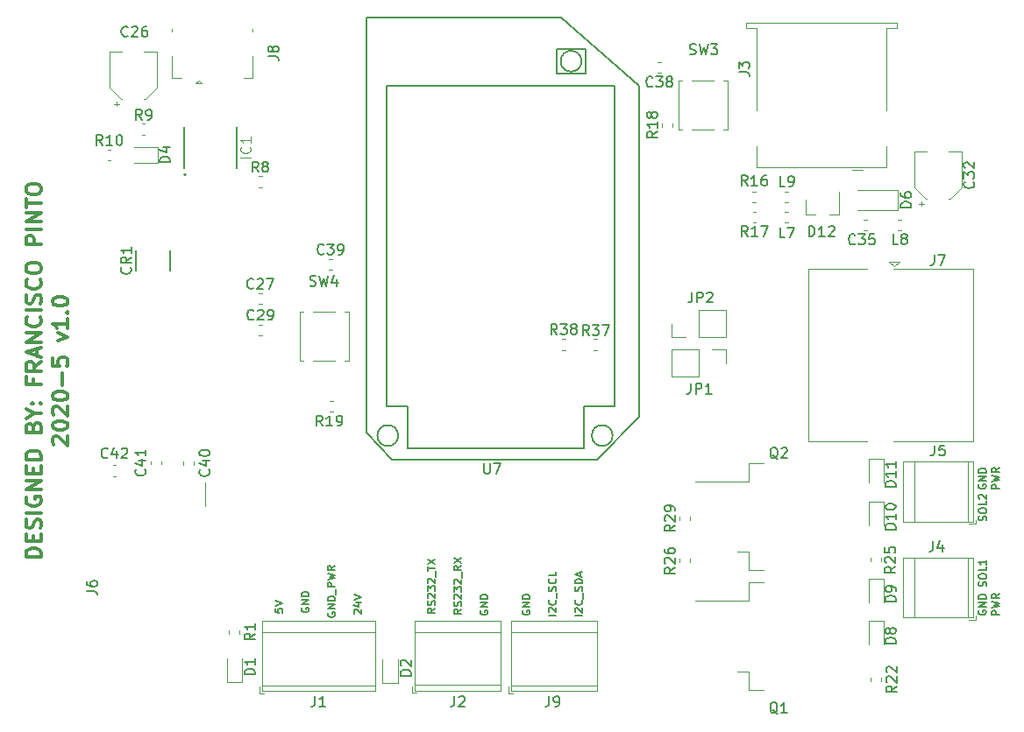
<source format=gbr>
G04 #@! TF.GenerationSoftware,KiCad,Pcbnew,(5.1.5)-3*
G04 #@! TF.CreationDate,2020-05-25T11:19:48-05:00*
G04 #@! TF.ProjectId,Delta_Robot,44656c74-615f-4526-9f62-6f742e6b6963,rev?*
G04 #@! TF.SameCoordinates,Original*
G04 #@! TF.FileFunction,Legend,Top*
G04 #@! TF.FilePolarity,Positive*
%FSLAX46Y46*%
G04 Gerber Fmt 4.6, Leading zero omitted, Abs format (unit mm)*
G04 Created by KiCad (PCBNEW (5.1.5)-3) date 2020-05-25 11:19:48*
%MOMM*%
%LPD*%
G04 APERTURE LIST*
%ADD10C,0.150000*%
%ADD11C,0.300000*%
%ADD12C,0.120000*%
%ADD13C,0.200000*%
%ADD14C,0.127000*%
%ADD15C,0.152400*%
%ADD16C,0.015000*%
G04 APERTURE END LIST*
D10*
X184605971Y-105915857D02*
X184641685Y-105808714D01*
X184641685Y-105630142D01*
X184605971Y-105558714D01*
X184570257Y-105523000D01*
X184498828Y-105487285D01*
X184427400Y-105487285D01*
X184355971Y-105523000D01*
X184320257Y-105558714D01*
X184284542Y-105630142D01*
X184248828Y-105773000D01*
X184213114Y-105844428D01*
X184177400Y-105880142D01*
X184105971Y-105915857D01*
X184034542Y-105915857D01*
X183963114Y-105880142D01*
X183927400Y-105844428D01*
X183891685Y-105773000D01*
X183891685Y-105594428D01*
X183927400Y-105487285D01*
X183891685Y-105023000D02*
X183891685Y-104880142D01*
X183927400Y-104808714D01*
X183998828Y-104737285D01*
X184141685Y-104701571D01*
X184391685Y-104701571D01*
X184534542Y-104737285D01*
X184605971Y-104808714D01*
X184641685Y-104880142D01*
X184641685Y-105023000D01*
X184605971Y-105094428D01*
X184534542Y-105165857D01*
X184391685Y-105201571D01*
X184141685Y-105201571D01*
X183998828Y-105165857D01*
X183927400Y-105094428D01*
X183891685Y-105023000D01*
X184641685Y-104023000D02*
X184641685Y-104380142D01*
X183891685Y-104380142D01*
X183963114Y-103808714D02*
X183927400Y-103773000D01*
X183891685Y-103701571D01*
X183891685Y-103523000D01*
X183927400Y-103451571D01*
X183963114Y-103415857D01*
X184034542Y-103380142D01*
X184105971Y-103380142D01*
X184213114Y-103415857D01*
X184641685Y-103844428D01*
X184641685Y-103380142D01*
X183899500Y-102425428D02*
X183863785Y-102496857D01*
X183863785Y-102604000D01*
X183899500Y-102711142D01*
X183970928Y-102782571D01*
X184042357Y-102818285D01*
X184185214Y-102854000D01*
X184292357Y-102854000D01*
X184435214Y-102818285D01*
X184506642Y-102782571D01*
X184578071Y-102711142D01*
X184613785Y-102604000D01*
X184613785Y-102532571D01*
X184578071Y-102425428D01*
X184542357Y-102389714D01*
X184292357Y-102389714D01*
X184292357Y-102532571D01*
X184613785Y-102068285D02*
X183863785Y-102068285D01*
X184613785Y-101639714D01*
X183863785Y-101639714D01*
X184613785Y-101282571D02*
X183863785Y-101282571D01*
X183863785Y-101104000D01*
X183899500Y-100996857D01*
X183970928Y-100925428D01*
X184042357Y-100889714D01*
X184185214Y-100854000D01*
X184292357Y-100854000D01*
X184435214Y-100889714D01*
X184506642Y-100925428D01*
X184578071Y-100996857D01*
X184613785Y-101104000D01*
X184613785Y-101282571D01*
X185888785Y-102854000D02*
X185138785Y-102854000D01*
X185138785Y-102568285D01*
X185174500Y-102496857D01*
X185210214Y-102461142D01*
X185281642Y-102425428D01*
X185388785Y-102425428D01*
X185460214Y-102461142D01*
X185495928Y-102496857D01*
X185531642Y-102568285D01*
X185531642Y-102854000D01*
X185138785Y-102175428D02*
X185888785Y-101996857D01*
X185353071Y-101854000D01*
X185888785Y-101711142D01*
X185138785Y-101532571D01*
X185888785Y-100818285D02*
X185531642Y-101068285D01*
X185888785Y-101246857D02*
X185138785Y-101246857D01*
X185138785Y-100961142D01*
X185174500Y-100889714D01*
X185210214Y-100854000D01*
X185281642Y-100818285D01*
X185388785Y-100818285D01*
X185460214Y-100854000D01*
X185495928Y-100889714D01*
X185531642Y-100961142D01*
X185531642Y-101246857D01*
X184605971Y-112265857D02*
X184641685Y-112158714D01*
X184641685Y-111980142D01*
X184605971Y-111908714D01*
X184570257Y-111873000D01*
X184498828Y-111837285D01*
X184427400Y-111837285D01*
X184355971Y-111873000D01*
X184320257Y-111908714D01*
X184284542Y-111980142D01*
X184248828Y-112123000D01*
X184213114Y-112194428D01*
X184177400Y-112230142D01*
X184105971Y-112265857D01*
X184034542Y-112265857D01*
X183963114Y-112230142D01*
X183927400Y-112194428D01*
X183891685Y-112123000D01*
X183891685Y-111944428D01*
X183927400Y-111837285D01*
X183891685Y-111373000D02*
X183891685Y-111230142D01*
X183927400Y-111158714D01*
X183998828Y-111087285D01*
X184141685Y-111051571D01*
X184391685Y-111051571D01*
X184534542Y-111087285D01*
X184605971Y-111158714D01*
X184641685Y-111230142D01*
X184641685Y-111373000D01*
X184605971Y-111444428D01*
X184534542Y-111515857D01*
X184391685Y-111551571D01*
X184141685Y-111551571D01*
X183998828Y-111515857D01*
X183927400Y-111444428D01*
X183891685Y-111373000D01*
X184641685Y-110373000D02*
X184641685Y-110730142D01*
X183891685Y-110730142D01*
X184641685Y-109730142D02*
X184641685Y-110158714D01*
X184641685Y-109944428D02*
X183891685Y-109944428D01*
X183998828Y-110015857D01*
X184070257Y-110087285D01*
X184105971Y-110158714D01*
X183899500Y-114617428D02*
X183863785Y-114688857D01*
X183863785Y-114796000D01*
X183899500Y-114903142D01*
X183970928Y-114974571D01*
X184042357Y-115010285D01*
X184185214Y-115046000D01*
X184292357Y-115046000D01*
X184435214Y-115010285D01*
X184506642Y-114974571D01*
X184578071Y-114903142D01*
X184613785Y-114796000D01*
X184613785Y-114724571D01*
X184578071Y-114617428D01*
X184542357Y-114581714D01*
X184292357Y-114581714D01*
X184292357Y-114724571D01*
X184613785Y-114260285D02*
X183863785Y-114260285D01*
X184613785Y-113831714D01*
X183863785Y-113831714D01*
X184613785Y-113474571D02*
X183863785Y-113474571D01*
X183863785Y-113296000D01*
X183899500Y-113188857D01*
X183970928Y-113117428D01*
X184042357Y-113081714D01*
X184185214Y-113046000D01*
X184292357Y-113046000D01*
X184435214Y-113081714D01*
X184506642Y-113117428D01*
X184578071Y-113188857D01*
X184613785Y-113296000D01*
X184613785Y-113474571D01*
X185888785Y-115046000D02*
X185138785Y-115046000D01*
X185138785Y-114760285D01*
X185174500Y-114688857D01*
X185210214Y-114653142D01*
X185281642Y-114617428D01*
X185388785Y-114617428D01*
X185460214Y-114653142D01*
X185495928Y-114688857D01*
X185531642Y-114760285D01*
X185531642Y-115046000D01*
X185138785Y-114367428D02*
X185888785Y-114188857D01*
X185353071Y-114046000D01*
X185888785Y-113903142D01*
X185138785Y-113724571D01*
X185888785Y-113010285D02*
X185531642Y-113260285D01*
X185888785Y-113438857D02*
X185138785Y-113438857D01*
X185138785Y-113153142D01*
X185174500Y-113081714D01*
X185210214Y-113046000D01*
X185281642Y-113010285D01*
X185388785Y-113010285D01*
X185460214Y-113046000D01*
X185495928Y-113081714D01*
X185531642Y-113153142D01*
X185531642Y-113438857D01*
X145627285Y-115101428D02*
X144877285Y-115101428D01*
X144948714Y-114780000D02*
X144913000Y-114744285D01*
X144877285Y-114672857D01*
X144877285Y-114494285D01*
X144913000Y-114422857D01*
X144948714Y-114387142D01*
X145020142Y-114351428D01*
X145091571Y-114351428D01*
X145198714Y-114387142D01*
X145627285Y-114815714D01*
X145627285Y-114351428D01*
X145555857Y-113601428D02*
X145591571Y-113637142D01*
X145627285Y-113744285D01*
X145627285Y-113815714D01*
X145591571Y-113922857D01*
X145520142Y-113994285D01*
X145448714Y-114030000D01*
X145305857Y-114065714D01*
X145198714Y-114065714D01*
X145055857Y-114030000D01*
X144984428Y-113994285D01*
X144913000Y-113922857D01*
X144877285Y-113815714D01*
X144877285Y-113744285D01*
X144913000Y-113637142D01*
X144948714Y-113601428D01*
X145698714Y-113458571D02*
X145698714Y-112887142D01*
X145591571Y-112744285D02*
X145627285Y-112637142D01*
X145627285Y-112458571D01*
X145591571Y-112387142D01*
X145555857Y-112351428D01*
X145484428Y-112315714D01*
X145413000Y-112315714D01*
X145341571Y-112351428D01*
X145305857Y-112387142D01*
X145270142Y-112458571D01*
X145234428Y-112601428D01*
X145198714Y-112672857D01*
X145163000Y-112708571D01*
X145091571Y-112744285D01*
X145020142Y-112744285D01*
X144948714Y-112708571D01*
X144913000Y-112672857D01*
X144877285Y-112601428D01*
X144877285Y-112422857D01*
X144913000Y-112315714D01*
X145627285Y-111994285D02*
X144877285Y-111994285D01*
X144877285Y-111815714D01*
X144913000Y-111708571D01*
X144984428Y-111637142D01*
X145055857Y-111601428D01*
X145198714Y-111565714D01*
X145305857Y-111565714D01*
X145448714Y-111601428D01*
X145520142Y-111637142D01*
X145591571Y-111708571D01*
X145627285Y-111815714D01*
X145627285Y-111994285D01*
X145413000Y-111280000D02*
X145413000Y-110922857D01*
X145627285Y-111351428D02*
X144877285Y-111101428D01*
X145627285Y-110851428D01*
X143087285Y-115083571D02*
X142337285Y-115083571D01*
X142408714Y-114762142D02*
X142373000Y-114726428D01*
X142337285Y-114655000D01*
X142337285Y-114476428D01*
X142373000Y-114405000D01*
X142408714Y-114369285D01*
X142480142Y-114333571D01*
X142551571Y-114333571D01*
X142658714Y-114369285D01*
X143087285Y-114797857D01*
X143087285Y-114333571D01*
X143015857Y-113583571D02*
X143051571Y-113619285D01*
X143087285Y-113726428D01*
X143087285Y-113797857D01*
X143051571Y-113905000D01*
X142980142Y-113976428D01*
X142908714Y-114012142D01*
X142765857Y-114047857D01*
X142658714Y-114047857D01*
X142515857Y-114012142D01*
X142444428Y-113976428D01*
X142373000Y-113905000D01*
X142337285Y-113797857D01*
X142337285Y-113726428D01*
X142373000Y-113619285D01*
X142408714Y-113583571D01*
X143158714Y-113440714D02*
X143158714Y-112869285D01*
X143051571Y-112726428D02*
X143087285Y-112619285D01*
X143087285Y-112440714D01*
X143051571Y-112369285D01*
X143015857Y-112333571D01*
X142944428Y-112297857D01*
X142873000Y-112297857D01*
X142801571Y-112333571D01*
X142765857Y-112369285D01*
X142730142Y-112440714D01*
X142694428Y-112583571D01*
X142658714Y-112655000D01*
X142623000Y-112690714D01*
X142551571Y-112726428D01*
X142480142Y-112726428D01*
X142408714Y-112690714D01*
X142373000Y-112655000D01*
X142337285Y-112583571D01*
X142337285Y-112405000D01*
X142373000Y-112297857D01*
X143015857Y-111547857D02*
X143051571Y-111583571D01*
X143087285Y-111690714D01*
X143087285Y-111762142D01*
X143051571Y-111869285D01*
X142980142Y-111940714D01*
X142908714Y-111976428D01*
X142765857Y-112012142D01*
X142658714Y-112012142D01*
X142515857Y-111976428D01*
X142444428Y-111940714D01*
X142373000Y-111869285D01*
X142337285Y-111762142D01*
X142337285Y-111690714D01*
X142373000Y-111583571D01*
X142408714Y-111547857D01*
X143087285Y-110869285D02*
X143087285Y-111226428D01*
X142337285Y-111226428D01*
X139833000Y-114617428D02*
X139797285Y-114688857D01*
X139797285Y-114796000D01*
X139833000Y-114903142D01*
X139904428Y-114974571D01*
X139975857Y-115010285D01*
X140118714Y-115046000D01*
X140225857Y-115046000D01*
X140368714Y-115010285D01*
X140440142Y-114974571D01*
X140511571Y-114903142D01*
X140547285Y-114796000D01*
X140547285Y-114724571D01*
X140511571Y-114617428D01*
X140475857Y-114581714D01*
X140225857Y-114581714D01*
X140225857Y-114724571D01*
X140547285Y-114260285D02*
X139797285Y-114260285D01*
X140547285Y-113831714D01*
X139797285Y-113831714D01*
X140547285Y-113474571D02*
X139797285Y-113474571D01*
X139797285Y-113296000D01*
X139833000Y-113188857D01*
X139904428Y-113117428D01*
X139975857Y-113081714D01*
X140118714Y-113046000D01*
X140225857Y-113046000D01*
X140368714Y-113081714D01*
X140440142Y-113117428D01*
X140511571Y-113188857D01*
X140547285Y-113296000D01*
X140547285Y-113474571D01*
X135769000Y-114617428D02*
X135733285Y-114688857D01*
X135733285Y-114796000D01*
X135769000Y-114903142D01*
X135840428Y-114974571D01*
X135911857Y-115010285D01*
X136054714Y-115046000D01*
X136161857Y-115046000D01*
X136304714Y-115010285D01*
X136376142Y-114974571D01*
X136447571Y-114903142D01*
X136483285Y-114796000D01*
X136483285Y-114724571D01*
X136447571Y-114617428D01*
X136411857Y-114581714D01*
X136161857Y-114581714D01*
X136161857Y-114724571D01*
X136483285Y-114260285D02*
X135733285Y-114260285D01*
X136483285Y-113831714D01*
X135733285Y-113831714D01*
X136483285Y-113474571D02*
X135733285Y-113474571D01*
X135733285Y-113296000D01*
X135769000Y-113188857D01*
X135840428Y-113117428D01*
X135911857Y-113081714D01*
X136054714Y-113046000D01*
X136161857Y-113046000D01*
X136304714Y-113081714D01*
X136376142Y-113117428D01*
X136447571Y-113188857D01*
X136483285Y-113296000D01*
X136483285Y-113474571D01*
X133943285Y-114482285D02*
X133586142Y-114732285D01*
X133943285Y-114910857D02*
X133193285Y-114910857D01*
X133193285Y-114625142D01*
X133229000Y-114553714D01*
X133264714Y-114518000D01*
X133336142Y-114482285D01*
X133443285Y-114482285D01*
X133514714Y-114518000D01*
X133550428Y-114553714D01*
X133586142Y-114625142D01*
X133586142Y-114910857D01*
X133907571Y-114196571D02*
X133943285Y-114089428D01*
X133943285Y-113910857D01*
X133907571Y-113839428D01*
X133871857Y-113803714D01*
X133800428Y-113768000D01*
X133729000Y-113768000D01*
X133657571Y-113803714D01*
X133621857Y-113839428D01*
X133586142Y-113910857D01*
X133550428Y-114053714D01*
X133514714Y-114125142D01*
X133479000Y-114160857D01*
X133407571Y-114196571D01*
X133336142Y-114196571D01*
X133264714Y-114160857D01*
X133229000Y-114125142D01*
X133193285Y-114053714D01*
X133193285Y-113875142D01*
X133229000Y-113768000D01*
X133264714Y-113482285D02*
X133229000Y-113446571D01*
X133193285Y-113375142D01*
X133193285Y-113196571D01*
X133229000Y-113125142D01*
X133264714Y-113089428D01*
X133336142Y-113053714D01*
X133407571Y-113053714D01*
X133514714Y-113089428D01*
X133943285Y-113518000D01*
X133943285Y-113053714D01*
X133193285Y-112803714D02*
X133193285Y-112339428D01*
X133479000Y-112589428D01*
X133479000Y-112482285D01*
X133514714Y-112410857D01*
X133550428Y-112375142D01*
X133621857Y-112339428D01*
X133800428Y-112339428D01*
X133871857Y-112375142D01*
X133907571Y-112410857D01*
X133943285Y-112482285D01*
X133943285Y-112696571D01*
X133907571Y-112768000D01*
X133871857Y-112803714D01*
X133264714Y-112053714D02*
X133229000Y-112018000D01*
X133193285Y-111946571D01*
X133193285Y-111768000D01*
X133229000Y-111696571D01*
X133264714Y-111660857D01*
X133336142Y-111625142D01*
X133407571Y-111625142D01*
X133514714Y-111660857D01*
X133943285Y-112089428D01*
X133943285Y-111625142D01*
X134014714Y-111482285D02*
X134014714Y-110910857D01*
X133943285Y-110303714D02*
X133586142Y-110553714D01*
X133943285Y-110732285D02*
X133193285Y-110732285D01*
X133193285Y-110446571D01*
X133229000Y-110375142D01*
X133264714Y-110339428D01*
X133336142Y-110303714D01*
X133443285Y-110303714D01*
X133514714Y-110339428D01*
X133550428Y-110375142D01*
X133586142Y-110446571D01*
X133586142Y-110732285D01*
X133193285Y-110053714D02*
X133943285Y-109553714D01*
X133193285Y-109553714D02*
X133943285Y-110053714D01*
X131403285Y-114393000D02*
X131046142Y-114643000D01*
X131403285Y-114821571D02*
X130653285Y-114821571D01*
X130653285Y-114535857D01*
X130689000Y-114464428D01*
X130724714Y-114428714D01*
X130796142Y-114393000D01*
X130903285Y-114393000D01*
X130974714Y-114428714D01*
X131010428Y-114464428D01*
X131046142Y-114535857D01*
X131046142Y-114821571D01*
X131367571Y-114107285D02*
X131403285Y-114000142D01*
X131403285Y-113821571D01*
X131367571Y-113750142D01*
X131331857Y-113714428D01*
X131260428Y-113678714D01*
X131189000Y-113678714D01*
X131117571Y-113714428D01*
X131081857Y-113750142D01*
X131046142Y-113821571D01*
X131010428Y-113964428D01*
X130974714Y-114035857D01*
X130939000Y-114071571D01*
X130867571Y-114107285D01*
X130796142Y-114107285D01*
X130724714Y-114071571D01*
X130689000Y-114035857D01*
X130653285Y-113964428D01*
X130653285Y-113785857D01*
X130689000Y-113678714D01*
X130724714Y-113393000D02*
X130689000Y-113357285D01*
X130653285Y-113285857D01*
X130653285Y-113107285D01*
X130689000Y-113035857D01*
X130724714Y-113000142D01*
X130796142Y-112964428D01*
X130867571Y-112964428D01*
X130974714Y-113000142D01*
X131403285Y-113428714D01*
X131403285Y-112964428D01*
X130653285Y-112714428D02*
X130653285Y-112250142D01*
X130939000Y-112500142D01*
X130939000Y-112393000D01*
X130974714Y-112321571D01*
X131010428Y-112285857D01*
X131081857Y-112250142D01*
X131260428Y-112250142D01*
X131331857Y-112285857D01*
X131367571Y-112321571D01*
X131403285Y-112393000D01*
X131403285Y-112607285D01*
X131367571Y-112678714D01*
X131331857Y-112714428D01*
X130724714Y-111964428D02*
X130689000Y-111928714D01*
X130653285Y-111857285D01*
X130653285Y-111678714D01*
X130689000Y-111607285D01*
X130724714Y-111571571D01*
X130796142Y-111535857D01*
X130867571Y-111535857D01*
X130974714Y-111571571D01*
X131403285Y-112000142D01*
X131403285Y-111535857D01*
X131474714Y-111393000D02*
X131474714Y-110821571D01*
X130653285Y-110750142D02*
X130653285Y-110321571D01*
X131403285Y-110535857D02*
X130653285Y-110535857D01*
X130653285Y-110143000D02*
X131403285Y-109643000D01*
X130653285Y-109643000D02*
X131403285Y-110143000D01*
X123612714Y-114938857D02*
X123577000Y-114903142D01*
X123541285Y-114831714D01*
X123541285Y-114653142D01*
X123577000Y-114581714D01*
X123612714Y-114546000D01*
X123684142Y-114510285D01*
X123755571Y-114510285D01*
X123862714Y-114546000D01*
X124291285Y-114974571D01*
X124291285Y-114510285D01*
X123791285Y-113867428D02*
X124291285Y-113867428D01*
X123505571Y-114046000D02*
X124041285Y-114224571D01*
X124041285Y-113760285D01*
X123541285Y-113581714D02*
X124291285Y-113331714D01*
X123541285Y-113081714D01*
X121037000Y-114811714D02*
X121001285Y-114883142D01*
X121001285Y-114990285D01*
X121037000Y-115097428D01*
X121108428Y-115168857D01*
X121179857Y-115204571D01*
X121322714Y-115240285D01*
X121429857Y-115240285D01*
X121572714Y-115204571D01*
X121644142Y-115168857D01*
X121715571Y-115097428D01*
X121751285Y-114990285D01*
X121751285Y-114918857D01*
X121715571Y-114811714D01*
X121679857Y-114776000D01*
X121429857Y-114776000D01*
X121429857Y-114918857D01*
X121751285Y-114454571D02*
X121001285Y-114454571D01*
X121751285Y-114026000D01*
X121001285Y-114026000D01*
X121751285Y-113668857D02*
X121001285Y-113668857D01*
X121001285Y-113490285D01*
X121037000Y-113383142D01*
X121108428Y-113311714D01*
X121179857Y-113276000D01*
X121322714Y-113240285D01*
X121429857Y-113240285D01*
X121572714Y-113276000D01*
X121644142Y-113311714D01*
X121715571Y-113383142D01*
X121751285Y-113490285D01*
X121751285Y-113668857D01*
X121822714Y-113097428D02*
X121822714Y-112526000D01*
X121751285Y-112347428D02*
X121001285Y-112347428D01*
X121001285Y-112061714D01*
X121037000Y-111990285D01*
X121072714Y-111954571D01*
X121144142Y-111918857D01*
X121251285Y-111918857D01*
X121322714Y-111954571D01*
X121358428Y-111990285D01*
X121394142Y-112061714D01*
X121394142Y-112347428D01*
X121001285Y-111668857D02*
X121751285Y-111490285D01*
X121215571Y-111347428D01*
X121751285Y-111204571D01*
X121001285Y-111026000D01*
X121751285Y-110311714D02*
X121394142Y-110561714D01*
X121751285Y-110740285D02*
X121001285Y-110740285D01*
X121001285Y-110454571D01*
X121037000Y-110383142D01*
X121072714Y-110347428D01*
X121144142Y-110311714D01*
X121251285Y-110311714D01*
X121322714Y-110347428D01*
X121358428Y-110383142D01*
X121394142Y-110454571D01*
X121394142Y-110740285D01*
X118497000Y-114363428D02*
X118461285Y-114434857D01*
X118461285Y-114542000D01*
X118497000Y-114649142D01*
X118568428Y-114720571D01*
X118639857Y-114756285D01*
X118782714Y-114792000D01*
X118889857Y-114792000D01*
X119032714Y-114756285D01*
X119104142Y-114720571D01*
X119175571Y-114649142D01*
X119211285Y-114542000D01*
X119211285Y-114470571D01*
X119175571Y-114363428D01*
X119139857Y-114327714D01*
X118889857Y-114327714D01*
X118889857Y-114470571D01*
X119211285Y-114006285D02*
X118461285Y-114006285D01*
X119211285Y-113577714D01*
X118461285Y-113577714D01*
X119211285Y-113220571D02*
X118461285Y-113220571D01*
X118461285Y-113042000D01*
X118497000Y-112934857D01*
X118568428Y-112863428D01*
X118639857Y-112827714D01*
X118782714Y-112792000D01*
X118889857Y-112792000D01*
X119032714Y-112827714D01*
X119104142Y-112863428D01*
X119175571Y-112934857D01*
X119211285Y-113042000D01*
X119211285Y-113220571D01*
X115921285Y-114442857D02*
X115921285Y-114800000D01*
X116278428Y-114835714D01*
X116242714Y-114800000D01*
X116207000Y-114728571D01*
X116207000Y-114550000D01*
X116242714Y-114478571D01*
X116278428Y-114442857D01*
X116349857Y-114407142D01*
X116528428Y-114407142D01*
X116599857Y-114442857D01*
X116635571Y-114478571D01*
X116671285Y-114550000D01*
X116671285Y-114728571D01*
X116635571Y-114800000D01*
X116599857Y-114835714D01*
X115921285Y-114192857D02*
X116671285Y-113942857D01*
X115921285Y-113692857D01*
D11*
X93383571Y-109440000D02*
X91883571Y-109440000D01*
X91883571Y-109082857D01*
X91955000Y-108868571D01*
X92097857Y-108725714D01*
X92240714Y-108654285D01*
X92526428Y-108582857D01*
X92740714Y-108582857D01*
X93026428Y-108654285D01*
X93169285Y-108725714D01*
X93312142Y-108868571D01*
X93383571Y-109082857D01*
X93383571Y-109440000D01*
X92597857Y-107940000D02*
X92597857Y-107440000D01*
X93383571Y-107225714D02*
X93383571Y-107940000D01*
X91883571Y-107940000D01*
X91883571Y-107225714D01*
X93312142Y-106654285D02*
X93383571Y-106440000D01*
X93383571Y-106082857D01*
X93312142Y-105940000D01*
X93240714Y-105868571D01*
X93097857Y-105797142D01*
X92955000Y-105797142D01*
X92812142Y-105868571D01*
X92740714Y-105940000D01*
X92669285Y-106082857D01*
X92597857Y-106368571D01*
X92526428Y-106511428D01*
X92455000Y-106582857D01*
X92312142Y-106654285D01*
X92169285Y-106654285D01*
X92026428Y-106582857D01*
X91955000Y-106511428D01*
X91883571Y-106368571D01*
X91883571Y-106011428D01*
X91955000Y-105797142D01*
X93383571Y-105154285D02*
X91883571Y-105154285D01*
X91955000Y-103654285D02*
X91883571Y-103797142D01*
X91883571Y-104011428D01*
X91955000Y-104225714D01*
X92097857Y-104368571D01*
X92240714Y-104440000D01*
X92526428Y-104511428D01*
X92740714Y-104511428D01*
X93026428Y-104440000D01*
X93169285Y-104368571D01*
X93312142Y-104225714D01*
X93383571Y-104011428D01*
X93383571Y-103868571D01*
X93312142Y-103654285D01*
X93240714Y-103582857D01*
X92740714Y-103582857D01*
X92740714Y-103868571D01*
X93383571Y-102940000D02*
X91883571Y-102940000D01*
X93383571Y-102082857D01*
X91883571Y-102082857D01*
X92597857Y-101368571D02*
X92597857Y-100868571D01*
X93383571Y-100654285D02*
X93383571Y-101368571D01*
X91883571Y-101368571D01*
X91883571Y-100654285D01*
X93383571Y-100011428D02*
X91883571Y-100011428D01*
X91883571Y-99654285D01*
X91955000Y-99440000D01*
X92097857Y-99297142D01*
X92240714Y-99225714D01*
X92526428Y-99154285D01*
X92740714Y-99154285D01*
X93026428Y-99225714D01*
X93169285Y-99297142D01*
X93312142Y-99440000D01*
X93383571Y-99654285D01*
X93383571Y-100011428D01*
X92597857Y-96868571D02*
X92669285Y-96654285D01*
X92740714Y-96582857D01*
X92883571Y-96511428D01*
X93097857Y-96511428D01*
X93240714Y-96582857D01*
X93312142Y-96654285D01*
X93383571Y-96797142D01*
X93383571Y-97368571D01*
X91883571Y-97368571D01*
X91883571Y-96868571D01*
X91955000Y-96725714D01*
X92026428Y-96654285D01*
X92169285Y-96582857D01*
X92312142Y-96582857D01*
X92455000Y-96654285D01*
X92526428Y-96725714D01*
X92597857Y-96868571D01*
X92597857Y-97368571D01*
X92669285Y-95582857D02*
X93383571Y-95582857D01*
X91883571Y-96082857D02*
X92669285Y-95582857D01*
X91883571Y-95082857D01*
X93240714Y-94582857D02*
X93312142Y-94511428D01*
X93383571Y-94582857D01*
X93312142Y-94654285D01*
X93240714Y-94582857D01*
X93383571Y-94582857D01*
X92455000Y-94582857D02*
X92526428Y-94511428D01*
X92597857Y-94582857D01*
X92526428Y-94654285D01*
X92455000Y-94582857D01*
X92597857Y-94582857D01*
X92597857Y-92225714D02*
X92597857Y-92725714D01*
X93383571Y-92725714D02*
X91883571Y-92725714D01*
X91883571Y-92011428D01*
X93383571Y-90582857D02*
X92669285Y-91082857D01*
X93383571Y-91440000D02*
X91883571Y-91440000D01*
X91883571Y-90868571D01*
X91955000Y-90725714D01*
X92026428Y-90654285D01*
X92169285Y-90582857D01*
X92383571Y-90582857D01*
X92526428Y-90654285D01*
X92597857Y-90725714D01*
X92669285Y-90868571D01*
X92669285Y-91440000D01*
X92955000Y-90011428D02*
X92955000Y-89297142D01*
X93383571Y-90154285D02*
X91883571Y-89654285D01*
X93383571Y-89154285D01*
X93383571Y-88654285D02*
X91883571Y-88654285D01*
X93383571Y-87797142D01*
X91883571Y-87797142D01*
X93240714Y-86225714D02*
X93312142Y-86297142D01*
X93383571Y-86511428D01*
X93383571Y-86654285D01*
X93312142Y-86868571D01*
X93169285Y-87011428D01*
X93026428Y-87082857D01*
X92740714Y-87154285D01*
X92526428Y-87154285D01*
X92240714Y-87082857D01*
X92097857Y-87011428D01*
X91955000Y-86868571D01*
X91883571Y-86654285D01*
X91883571Y-86511428D01*
X91955000Y-86297142D01*
X92026428Y-86225714D01*
X93383571Y-85582857D02*
X91883571Y-85582857D01*
X93312142Y-84940000D02*
X93383571Y-84725714D01*
X93383571Y-84368571D01*
X93312142Y-84225714D01*
X93240714Y-84154285D01*
X93097857Y-84082857D01*
X92955000Y-84082857D01*
X92812142Y-84154285D01*
X92740714Y-84225714D01*
X92669285Y-84368571D01*
X92597857Y-84654285D01*
X92526428Y-84797142D01*
X92455000Y-84868571D01*
X92312142Y-84940000D01*
X92169285Y-84940000D01*
X92026428Y-84868571D01*
X91955000Y-84797142D01*
X91883571Y-84654285D01*
X91883571Y-84297142D01*
X91955000Y-84082857D01*
X93240714Y-82582857D02*
X93312142Y-82654285D01*
X93383571Y-82868571D01*
X93383571Y-83011428D01*
X93312142Y-83225714D01*
X93169285Y-83368571D01*
X93026428Y-83440000D01*
X92740714Y-83511428D01*
X92526428Y-83511428D01*
X92240714Y-83440000D01*
X92097857Y-83368571D01*
X91955000Y-83225714D01*
X91883571Y-83011428D01*
X91883571Y-82868571D01*
X91955000Y-82654285D01*
X92026428Y-82582857D01*
X91883571Y-81654285D02*
X91883571Y-81368571D01*
X91955000Y-81225714D01*
X92097857Y-81082857D01*
X92383571Y-81011428D01*
X92883571Y-81011428D01*
X93169285Y-81082857D01*
X93312142Y-81225714D01*
X93383571Y-81368571D01*
X93383571Y-81654285D01*
X93312142Y-81797142D01*
X93169285Y-81940000D01*
X92883571Y-82011428D01*
X92383571Y-82011428D01*
X92097857Y-81940000D01*
X91955000Y-81797142D01*
X91883571Y-81654285D01*
X93383571Y-79225714D02*
X91883571Y-79225714D01*
X91883571Y-78654285D01*
X91955000Y-78511428D01*
X92026428Y-78440000D01*
X92169285Y-78368571D01*
X92383571Y-78368571D01*
X92526428Y-78440000D01*
X92597857Y-78511428D01*
X92669285Y-78654285D01*
X92669285Y-79225714D01*
X93383571Y-77725714D02*
X91883571Y-77725714D01*
X93383571Y-77011428D02*
X91883571Y-77011428D01*
X93383571Y-76154285D01*
X91883571Y-76154285D01*
X91883571Y-75654285D02*
X91883571Y-74797142D01*
X93383571Y-75225714D02*
X91883571Y-75225714D01*
X91883571Y-74011428D02*
X91883571Y-73725714D01*
X91955000Y-73582857D01*
X92097857Y-73440000D01*
X92383571Y-73368571D01*
X92883571Y-73368571D01*
X93169285Y-73440000D01*
X93312142Y-73582857D01*
X93383571Y-73725714D01*
X93383571Y-74011428D01*
X93312142Y-74154285D01*
X93169285Y-74297142D01*
X92883571Y-74368571D01*
X92383571Y-74368571D01*
X92097857Y-74297142D01*
X91955000Y-74154285D01*
X91883571Y-74011428D01*
X94576428Y-98582857D02*
X94505000Y-98511428D01*
X94433571Y-98368571D01*
X94433571Y-98011428D01*
X94505000Y-97868571D01*
X94576428Y-97797142D01*
X94719285Y-97725714D01*
X94862142Y-97725714D01*
X95076428Y-97797142D01*
X95933571Y-98654285D01*
X95933571Y-97725714D01*
X94433571Y-96797142D02*
X94433571Y-96654285D01*
X94505000Y-96511428D01*
X94576428Y-96440000D01*
X94719285Y-96368571D01*
X95005000Y-96297142D01*
X95362142Y-96297142D01*
X95647857Y-96368571D01*
X95790714Y-96440000D01*
X95862142Y-96511428D01*
X95933571Y-96654285D01*
X95933571Y-96797142D01*
X95862142Y-96940000D01*
X95790714Y-97011428D01*
X95647857Y-97082857D01*
X95362142Y-97154285D01*
X95005000Y-97154285D01*
X94719285Y-97082857D01*
X94576428Y-97011428D01*
X94505000Y-96940000D01*
X94433571Y-96797142D01*
X94576428Y-95725714D02*
X94505000Y-95654285D01*
X94433571Y-95511428D01*
X94433571Y-95154285D01*
X94505000Y-95011428D01*
X94576428Y-94940000D01*
X94719285Y-94868571D01*
X94862142Y-94868571D01*
X95076428Y-94940000D01*
X95933571Y-95797142D01*
X95933571Y-94868571D01*
X94433571Y-93940000D02*
X94433571Y-93797142D01*
X94505000Y-93654285D01*
X94576428Y-93582857D01*
X94719285Y-93511428D01*
X95005000Y-93440000D01*
X95362142Y-93440000D01*
X95647857Y-93511428D01*
X95790714Y-93582857D01*
X95862142Y-93654285D01*
X95933571Y-93797142D01*
X95933571Y-93940000D01*
X95862142Y-94082857D01*
X95790714Y-94154285D01*
X95647857Y-94225714D01*
X95362142Y-94297142D01*
X95005000Y-94297142D01*
X94719285Y-94225714D01*
X94576428Y-94154285D01*
X94505000Y-94082857D01*
X94433571Y-93940000D01*
X95362142Y-92797142D02*
X95362142Y-91654285D01*
X94433571Y-90225714D02*
X94433571Y-90940000D01*
X95147857Y-91011428D01*
X95076428Y-90940000D01*
X95005000Y-90797142D01*
X95005000Y-90440000D01*
X95076428Y-90297142D01*
X95147857Y-90225714D01*
X95290714Y-90154285D01*
X95647857Y-90154285D01*
X95790714Y-90225714D01*
X95862142Y-90297142D01*
X95933571Y-90440000D01*
X95933571Y-90797142D01*
X95862142Y-90940000D01*
X95790714Y-91011428D01*
X94933571Y-88511428D02*
X95933571Y-88154285D01*
X94933571Y-87797142D01*
X95933571Y-86440000D02*
X95933571Y-87297142D01*
X95933571Y-86868571D02*
X94433571Y-86868571D01*
X94647857Y-87011428D01*
X94790714Y-87154285D01*
X94862142Y-87297142D01*
X95790714Y-85797142D02*
X95862142Y-85725714D01*
X95933571Y-85797142D01*
X95862142Y-85868571D01*
X95790714Y-85797142D01*
X95933571Y-85797142D01*
X94433571Y-84797142D02*
X94433571Y-84654285D01*
X94505000Y-84511428D01*
X94576428Y-84440000D01*
X94719285Y-84368571D01*
X95005000Y-84297142D01*
X95362142Y-84297142D01*
X95647857Y-84368571D01*
X95790714Y-84440000D01*
X95862142Y-84511428D01*
X95933571Y-84654285D01*
X95933571Y-84797142D01*
X95862142Y-84940000D01*
X95790714Y-85011428D01*
X95647857Y-85082857D01*
X95362142Y-85154285D01*
X95005000Y-85154285D01*
X94719285Y-85082857D01*
X94576428Y-85011428D01*
X94505000Y-84940000D01*
X94433571Y-84797142D01*
D12*
X102324000Y-71296200D02*
X104609000Y-71296200D01*
X104609000Y-71296200D02*
X104609000Y-69826200D01*
X104609000Y-69826200D02*
X102324000Y-69826200D01*
D13*
X107338400Y-72450500D02*
G75*
G03X107338400Y-72450500I-100000J0D01*
G01*
D14*
X107198000Y-71850000D02*
X107198000Y-67850000D01*
X112258000Y-71850000D02*
X112258000Y-67850000D01*
D10*
X145930000Y-60297000D02*
X145830000Y-60297000D01*
X145930000Y-62697000D02*
X145830000Y-62697000D01*
X143130000Y-60297000D02*
X145830000Y-60297000D01*
X145930000Y-60297000D02*
X145930000Y-62697000D01*
X145830000Y-62697000D02*
X143130000Y-62697000D01*
X143130000Y-62697000D02*
X143130000Y-60297000D01*
X145534988Y-61497000D02*
G75*
G03X145534988Y-61497000I-1004988J0D01*
G01*
X127730000Y-63897000D02*
X148730000Y-63897000D01*
X148730000Y-63897000D02*
X148730000Y-94897000D01*
X148730000Y-94897000D02*
X145730000Y-94897000D01*
X145730000Y-94897000D02*
X145730000Y-98897000D01*
X145730000Y-98897000D02*
X128730000Y-98897000D01*
X128730000Y-98897000D02*
X128730000Y-94897000D01*
X128730000Y-94897000D02*
X126730000Y-94897000D01*
X126730000Y-94897000D02*
X126730000Y-63897000D01*
X126730000Y-63897000D02*
X127730000Y-63897000D01*
X148534988Y-97697000D02*
G75*
G03X148534988Y-97697000I-1004988J0D01*
G01*
X127834988Y-97697000D02*
G75*
G03X127834988Y-97697000I-1004988J0D01*
G01*
X151130000Y-95897000D02*
X147030000Y-99997000D01*
X124730000Y-97397000D02*
X127230000Y-99997000D01*
X127230000Y-99997000D02*
X147030000Y-99997000D01*
X124730000Y-57297000D02*
X124730000Y-97397000D01*
X151130000Y-63897000D02*
X151130000Y-95897000D01*
X124730000Y-57297000D02*
X143530000Y-57297000D01*
X143530000Y-57297000D02*
X151130000Y-63897000D01*
D12*
X161642000Y-120484000D02*
X160542000Y-120484000D01*
X161642000Y-122294000D02*
X161642000Y-120484000D01*
X163142000Y-122294000D02*
X161642000Y-122294000D01*
X161642000Y-113704000D02*
X156517000Y-113704000D01*
X161642000Y-111894000D02*
X161642000Y-113704000D01*
X163142000Y-111894000D02*
X161642000Y-111894000D01*
D15*
X105791000Y-81775300D02*
X105791000Y-79768700D01*
X102489000Y-79768700D02*
X102489000Y-81775300D01*
D12*
X183325000Y-81600000D02*
X183325000Y-98240000D01*
X183325000Y-81600000D02*
X175620000Y-81600000D01*
X183325000Y-98240000D02*
X175620000Y-98240000D01*
X167445000Y-81600000D02*
X167445000Y-98240000D01*
X167445000Y-81600000D02*
X173120000Y-81600000D01*
X167445000Y-98240000D02*
X173120000Y-98240000D01*
X175760000Y-81360000D02*
X175260000Y-80860000D01*
X175260000Y-80860000D02*
X176260000Y-80860000D01*
X176260000Y-80860000D02*
X175760000Y-81360000D01*
X176113000Y-75930000D02*
X172213000Y-75930000D01*
X176113000Y-73930000D02*
X172213000Y-73930000D01*
X176113000Y-75930000D02*
X176113000Y-73930000D01*
X163142000Y-100337000D02*
X161642000Y-100337000D01*
X161642000Y-100337000D02*
X161642000Y-102147000D01*
X161642000Y-102147000D02*
X156517000Y-102147000D01*
X163142000Y-110737000D02*
X161642000Y-110737000D01*
X161642000Y-110737000D02*
X161642000Y-108927000D01*
X161642000Y-108927000D02*
X160542000Y-108927000D01*
X109170000Y-104530000D02*
X109170000Y-102250000D01*
X167203000Y-76325000D02*
X168133000Y-76325000D01*
X170363000Y-76325000D02*
X169433000Y-76325000D01*
X170363000Y-76325000D02*
X170363000Y-74165000D01*
X167203000Y-76325000D02*
X167203000Y-74865000D01*
X156220000Y-63333000D02*
X158280000Y-63333000D01*
X156220000Y-68073000D02*
X158280000Y-68073000D01*
X154880000Y-68073000D02*
X155280000Y-68073000D01*
X154880000Y-63333000D02*
X154880000Y-68073000D01*
X154880000Y-63333000D02*
X155280000Y-63333000D01*
X159620000Y-68073000D02*
X159220000Y-68073000D01*
X159620000Y-63333000D02*
X159220000Y-63333000D01*
X159620000Y-63333000D02*
X159620000Y-68073000D01*
X118304000Y-90425000D02*
X118304000Y-85685000D01*
X118304000Y-90425000D02*
X118704000Y-90425000D01*
X118304000Y-85685000D02*
X118704000Y-85685000D01*
X123044000Y-90425000D02*
X122644000Y-90425000D01*
X123044000Y-90425000D02*
X123044000Y-85685000D01*
X123044000Y-85685000D02*
X122644000Y-85685000D01*
X121704000Y-85685000D02*
X119644000Y-85685000D01*
X121704000Y-90425000D02*
X119644000Y-90425000D01*
X114365821Y-88013000D02*
X114691379Y-88013000D01*
X114365821Y-86993000D02*
X114691379Y-86993000D01*
X173136779Y-76833000D02*
X172811221Y-76833000D01*
X173136779Y-77853000D02*
X172811221Y-77853000D01*
X153197779Y-62613000D02*
X152872221Y-62613000D01*
X153197779Y-61593000D02*
X152872221Y-61593000D01*
X121473279Y-80643000D02*
X121147721Y-80643000D01*
X121473279Y-81663000D02*
X121147721Y-81663000D01*
X107084400Y-100518279D02*
X107084400Y-100192721D01*
X108104400Y-100518279D02*
X108104400Y-100192721D01*
X103909400Y-100492779D02*
X103909400Y-100167221D01*
X104929400Y-100492779D02*
X104929400Y-100167221D01*
X100268721Y-101602000D02*
X100594279Y-101602000D01*
X100268721Y-100582000D02*
X100594279Y-100582000D01*
X111279000Y-119240500D02*
X111279000Y-121525500D01*
X111279000Y-121525500D02*
X112749000Y-121525500D01*
X112749000Y-121525500D02*
X112749000Y-119240500D01*
X127785800Y-121652500D02*
X127785800Y-119367500D01*
X126315800Y-121652500D02*
X127785800Y-121652500D01*
X126315800Y-119367500D02*
X126315800Y-121652500D01*
X174725000Y-117868500D02*
X174725000Y-115583500D01*
X174725000Y-115583500D02*
X173255000Y-115583500D01*
X173255000Y-115583500D02*
X173255000Y-117868500D01*
X174725000Y-113804500D02*
X174725000Y-111519500D01*
X174725000Y-111519500D02*
X173255000Y-111519500D01*
X173255000Y-111519500D02*
X173255000Y-113804500D01*
X173255000Y-104077500D02*
X173255000Y-106362500D01*
X174725000Y-104077500D02*
X173255000Y-104077500D01*
X174725000Y-106362500D02*
X174725000Y-104077500D01*
X173255000Y-99962500D02*
X173255000Y-102247500D01*
X174725000Y-99962500D02*
X173255000Y-99962500D01*
X174725000Y-102247500D02*
X174725000Y-99962500D01*
X111504000Y-116524721D02*
X111504000Y-116850279D01*
X112524000Y-116524721D02*
X112524000Y-116850279D01*
X162041621Y-75109800D02*
X162367179Y-75109800D01*
X162041621Y-74089800D02*
X162367179Y-74089800D01*
X162392579Y-77091000D02*
X162067021Y-77091000D01*
X162392579Y-76071000D02*
X162067021Y-76071000D01*
X153287000Y-67502821D02*
X153287000Y-67828379D01*
X154307000Y-67502821D02*
X154307000Y-67828379D01*
X121249221Y-94359000D02*
X121574779Y-94359000D01*
X121249221Y-95379000D02*
X121574779Y-95379000D01*
X173480000Y-121447779D02*
X173480000Y-121122221D01*
X174500000Y-121447779D02*
X174500000Y-121122221D01*
X173480000Y-109865279D02*
X173480000Y-109539721D01*
X174500000Y-109865279D02*
X174500000Y-109539721D01*
X155983400Y-105552021D02*
X155983400Y-105877579D01*
X154963400Y-105552021D02*
X154963400Y-105877579D01*
X154963400Y-109941579D02*
X154963400Y-109616021D01*
X155983400Y-109941579D02*
X155983400Y-109616021D01*
X175962000Y-57749000D02*
X161462000Y-57749000D01*
X161462000Y-57749000D02*
X161462000Y-58249000D01*
X161462000Y-58249000D02*
X162462000Y-58249000D01*
X162462000Y-58249000D02*
X162462000Y-66249000D01*
X162462000Y-69749000D02*
X162462000Y-71749000D01*
X162462000Y-71749000D02*
X174962000Y-71749000D01*
X174962000Y-71749000D02*
X174962000Y-69749000D01*
X174962000Y-66249000D02*
X174962000Y-58249000D01*
X174962000Y-58249000D02*
X175962000Y-58249000D01*
X175962000Y-58249000D02*
X175962000Y-57749000D01*
X172712000Y-71999000D02*
X171712000Y-71999000D01*
X178149000Y-75267000D02*
X178649000Y-75267000D01*
X178399000Y-75517000D02*
X178399000Y-75017000D01*
X181154563Y-74777000D02*
X182219000Y-73712563D01*
X178763437Y-74777000D02*
X177699000Y-73712563D01*
X178763437Y-74777000D02*
X178899000Y-74777000D01*
X181154563Y-74777000D02*
X181019000Y-74777000D01*
X182219000Y-73712563D02*
X182219000Y-70257000D01*
X177699000Y-73712563D02*
X177699000Y-70257000D01*
X177699000Y-70257000D02*
X178899000Y-70257000D01*
X182219000Y-70257000D02*
X181019000Y-70257000D01*
X165191221Y-77091000D02*
X165516779Y-77091000D01*
X165191221Y-76071000D02*
X165516779Y-76071000D01*
X176438779Y-77853000D02*
X176113221Y-77853000D01*
X176438779Y-76833000D02*
X176113221Y-76833000D01*
X165191221Y-74089800D02*
X165516779Y-74089800D01*
X165191221Y-75109800D02*
X165516779Y-75109800D01*
X104495000Y-60605000D02*
X103295000Y-60605000D01*
X99975000Y-60605000D02*
X101175000Y-60605000D01*
X99975000Y-64060563D02*
X99975000Y-60605000D01*
X104495000Y-64060563D02*
X104495000Y-60605000D01*
X103430563Y-65125000D02*
X103295000Y-65125000D01*
X101039437Y-65125000D02*
X101175000Y-65125000D01*
X101039437Y-65125000D02*
X99975000Y-64060563D01*
X103430563Y-65125000D02*
X104495000Y-64060563D01*
X100675000Y-65865000D02*
X100675000Y-65365000D01*
X100425000Y-65615000D02*
X100925000Y-65615000D01*
X114666079Y-72642000D02*
X114340521Y-72642000D01*
X114666079Y-73662000D02*
X114340521Y-73662000D01*
X103388279Y-68582000D02*
X103062721Y-68582000D01*
X103388279Y-67562000D02*
X103062721Y-67562000D01*
X100086279Y-70051200D02*
X99760721Y-70051200D01*
X100086279Y-71071200D02*
X99760721Y-71071200D01*
X114712000Y-121849000D02*
X125573000Y-121849000D01*
X114712000Y-116749000D02*
X125573000Y-116749000D01*
X114712000Y-115629000D02*
X125573000Y-115629000D01*
X114712000Y-122369000D02*
X125573000Y-122369000D01*
X114712000Y-115629000D02*
X114712000Y-122369000D01*
X125573000Y-115629000D02*
X125573000Y-122369000D01*
X114472000Y-121969000D02*
X114472000Y-122609000D01*
X114472000Y-122609000D02*
X114872000Y-122609000D01*
X183569000Y-115525000D02*
X183569000Y-115125000D01*
X182929000Y-115525000D02*
X183569000Y-115525000D01*
X176589000Y-109505000D02*
X183329000Y-109505000D01*
X176589000Y-115285000D02*
X183329000Y-115285000D01*
X183329000Y-115285000D02*
X183329000Y-109505000D01*
X176589000Y-115285000D02*
X176589000Y-109505000D01*
X177709000Y-115285000D02*
X177709000Y-109505000D01*
X182809000Y-115285000D02*
X182809000Y-109505000D01*
X182809000Y-106014000D02*
X182809000Y-100234000D01*
X177709000Y-106014000D02*
X177709000Y-100234000D01*
X176589000Y-106014000D02*
X176589000Y-100234000D01*
X183329000Y-106014000D02*
X183329000Y-100234000D01*
X176589000Y-106014000D02*
X183329000Y-106014000D01*
X176589000Y-100234000D02*
X183329000Y-100234000D01*
X182929000Y-106254000D02*
X183569000Y-106254000D01*
X183569000Y-106254000D02*
X183569000Y-105854000D01*
X129444000Y-121823600D02*
X137764000Y-121823600D01*
X129444000Y-116723600D02*
X137764000Y-116723600D01*
X129444000Y-115603600D02*
X137764000Y-115603600D01*
X129444000Y-122343600D02*
X137764000Y-122343600D01*
X129444000Y-115603600D02*
X129444000Y-122343600D01*
X137764000Y-115603600D02*
X137764000Y-122343600D01*
X129204000Y-121943600D02*
X129204000Y-122583600D01*
X129204000Y-122583600D02*
X129604000Y-122583600D01*
X138715000Y-121849000D02*
X147035000Y-121849000D01*
X138715000Y-116749000D02*
X147035000Y-116749000D01*
X138715000Y-115629000D02*
X147035000Y-115629000D01*
X138715000Y-122369000D02*
X147035000Y-122369000D01*
X138715000Y-115629000D02*
X138715000Y-122369000D01*
X147035000Y-115629000D02*
X147035000Y-122369000D01*
X138475000Y-121969000D02*
X138475000Y-122609000D01*
X138475000Y-122609000D02*
X138875000Y-122609000D01*
X159445000Y-89348000D02*
X159445000Y-90678000D01*
X158115000Y-89348000D02*
X159445000Y-89348000D01*
X156845000Y-89348000D02*
X156845000Y-92008000D01*
X156845000Y-92008000D02*
X154245000Y-92008000D01*
X156845000Y-89348000D02*
X154245000Y-89348000D01*
X154245000Y-89348000D02*
X154245000Y-92008000D01*
X159445000Y-88198000D02*
X159445000Y-85538000D01*
X156845000Y-88198000D02*
X159445000Y-88198000D01*
X156845000Y-85538000D02*
X159445000Y-85538000D01*
X156845000Y-88198000D02*
X156845000Y-85538000D01*
X155575000Y-88198000D02*
X154245000Y-88198000D01*
X154245000Y-88198000D02*
X154245000Y-86868000D01*
X113750400Y-58642400D02*
X113750400Y-58392400D01*
X106010400Y-58642400D02*
X106010400Y-58392400D01*
X106880400Y-63112400D02*
X106010400Y-63112400D01*
X113750400Y-63112400D02*
X113750400Y-61042400D01*
X106010400Y-63112400D02*
X106010400Y-61042400D01*
X113750400Y-63112400D02*
X112880400Y-63112400D01*
X108580400Y-63342400D02*
X108880400Y-63642400D01*
X108580400Y-63342400D02*
X108280400Y-63642400D01*
X108880400Y-63642400D02*
X108280400Y-63642400D01*
X114340421Y-83970400D02*
X114665979Y-83970400D01*
X114340421Y-84990400D02*
X114665979Y-84990400D01*
X147050879Y-89410000D02*
X146725321Y-89410000D01*
X147050879Y-88390000D02*
X146725321Y-88390000D01*
X143651921Y-89410000D02*
X143977479Y-89410000D01*
X143651921Y-88390000D02*
X143977479Y-88390000D01*
D10*
X105786180Y-71273895D02*
X104786180Y-71273895D01*
X104786180Y-71035800D01*
X104833800Y-70892942D01*
X104929038Y-70797704D01*
X105024276Y-70750085D01*
X105214752Y-70702466D01*
X105357609Y-70702466D01*
X105548085Y-70750085D01*
X105643323Y-70797704D01*
X105738561Y-70892942D01*
X105786180Y-71035800D01*
X105786180Y-71273895D01*
X105119514Y-69845323D02*
X105786180Y-69845323D01*
X104738561Y-70083419D02*
X105452847Y-70321514D01*
X105452847Y-69702466D01*
D16*
X113583980Y-70826190D02*
X112583980Y-70826190D01*
X113488742Y-69778571D02*
X113536361Y-69826190D01*
X113583980Y-69969047D01*
X113583980Y-70064285D01*
X113536361Y-70207142D01*
X113441123Y-70302380D01*
X113345885Y-70350000D01*
X113155409Y-70397619D01*
X113012552Y-70397619D01*
X112822076Y-70350000D01*
X112726838Y-70302380D01*
X112631600Y-70207142D01*
X112583980Y-70064285D01*
X112583980Y-69969047D01*
X112631600Y-69826190D01*
X112679219Y-69778571D01*
X113583980Y-68826190D02*
X113583980Y-69397619D01*
X113583980Y-69111904D02*
X112583980Y-69111904D01*
X112726838Y-69207142D01*
X112822076Y-69302380D01*
X112869695Y-69397619D01*
D10*
X136118695Y-100366580D02*
X136118695Y-101176104D01*
X136166314Y-101271342D01*
X136213933Y-101318961D01*
X136309171Y-101366580D01*
X136499647Y-101366580D01*
X136594885Y-101318961D01*
X136642504Y-101271342D01*
X136690123Y-101176104D01*
X136690123Y-100366580D01*
X137071076Y-100366580D02*
X137737742Y-100366580D01*
X137309171Y-101366580D01*
X164471361Y-124601219D02*
X164376123Y-124553600D01*
X164280885Y-124458361D01*
X164138028Y-124315504D01*
X164042790Y-124267885D01*
X163947552Y-124267885D01*
X163995171Y-124505980D02*
X163899933Y-124458361D01*
X163804695Y-124363123D01*
X163757076Y-124172647D01*
X163757076Y-123839314D01*
X163804695Y-123648838D01*
X163899933Y-123553600D01*
X163995171Y-123505980D01*
X164185647Y-123505980D01*
X164280885Y-123553600D01*
X164376123Y-123648838D01*
X164423742Y-123839314D01*
X164423742Y-124172647D01*
X164376123Y-124363123D01*
X164280885Y-124458361D01*
X164185647Y-124505980D01*
X163995171Y-124505980D01*
X165376123Y-124505980D02*
X164804695Y-124505980D01*
X165090409Y-124505980D02*
X165090409Y-123505980D01*
X164995171Y-123648838D01*
X164899933Y-123744076D01*
X164804695Y-123791695D01*
X101957142Y-81438666D02*
X102004761Y-81486285D01*
X102052380Y-81629142D01*
X102052380Y-81724380D01*
X102004761Y-81867238D01*
X101909523Y-81962476D01*
X101814285Y-82010095D01*
X101623809Y-82057714D01*
X101480952Y-82057714D01*
X101290476Y-82010095D01*
X101195238Y-81962476D01*
X101100000Y-81867238D01*
X101052380Y-81724380D01*
X101052380Y-81629142D01*
X101100000Y-81486285D01*
X101147619Y-81438666D01*
X102052380Y-80438666D02*
X101576190Y-80772000D01*
X102052380Y-81010095D02*
X101052380Y-81010095D01*
X101052380Y-80629142D01*
X101100000Y-80533904D01*
X101147619Y-80486285D01*
X101242857Y-80438666D01*
X101385714Y-80438666D01*
X101480952Y-80486285D01*
X101528571Y-80533904D01*
X101576190Y-80629142D01*
X101576190Y-81010095D01*
X102052380Y-79486285D02*
X102052380Y-80057714D01*
X102052380Y-79772000D02*
X101052380Y-79772000D01*
X101195238Y-79867238D01*
X101290476Y-79962476D01*
X101338095Y-80057714D01*
X179625666Y-80224380D02*
X179625666Y-80938666D01*
X179578047Y-81081523D01*
X179482809Y-81176761D01*
X179339952Y-81224380D01*
X179244714Y-81224380D01*
X180006619Y-80224380D02*
X180673285Y-80224380D01*
X180244714Y-81224380D01*
X177364380Y-75668095D02*
X176364380Y-75668095D01*
X176364380Y-75430000D01*
X176412000Y-75287142D01*
X176507238Y-75191904D01*
X176602476Y-75144285D01*
X176792952Y-75096666D01*
X176935809Y-75096666D01*
X177126285Y-75144285D01*
X177221523Y-75191904D01*
X177316761Y-75287142D01*
X177364380Y-75430000D01*
X177364380Y-75668095D01*
X176364380Y-74239523D02*
X176364380Y-74430000D01*
X176412000Y-74525238D01*
X176459619Y-74572857D01*
X176602476Y-74668095D01*
X176792952Y-74715714D01*
X177173904Y-74715714D01*
X177269142Y-74668095D01*
X177316761Y-74620476D01*
X177364380Y-74525238D01*
X177364380Y-74334761D01*
X177316761Y-74239523D01*
X177269142Y-74191904D01*
X177173904Y-74144285D01*
X176935809Y-74144285D01*
X176840571Y-74191904D01*
X176792952Y-74239523D01*
X176745333Y-74334761D01*
X176745333Y-74525238D01*
X176792952Y-74620476D01*
X176840571Y-74668095D01*
X176935809Y-74715714D01*
X164496761Y-99963219D02*
X164401523Y-99915600D01*
X164306285Y-99820361D01*
X164163428Y-99677504D01*
X164068190Y-99629885D01*
X163972952Y-99629885D01*
X164020571Y-99867980D02*
X163925333Y-99820361D01*
X163830095Y-99725123D01*
X163782476Y-99534647D01*
X163782476Y-99201314D01*
X163830095Y-99010838D01*
X163925333Y-98915600D01*
X164020571Y-98867980D01*
X164211047Y-98867980D01*
X164306285Y-98915600D01*
X164401523Y-99010838D01*
X164449142Y-99201314D01*
X164449142Y-99534647D01*
X164401523Y-99725123D01*
X164306285Y-99820361D01*
X164211047Y-99867980D01*
X164020571Y-99867980D01*
X164830095Y-98963219D02*
X164877714Y-98915600D01*
X164972952Y-98867980D01*
X165211047Y-98867980D01*
X165306285Y-98915600D01*
X165353904Y-98963219D01*
X165401523Y-99058457D01*
X165401523Y-99153695D01*
X165353904Y-99296552D01*
X164782476Y-99867980D01*
X165401523Y-99867980D01*
X97750380Y-112728333D02*
X98464666Y-112728333D01*
X98607523Y-112775952D01*
X98702761Y-112871190D01*
X98750380Y-113014047D01*
X98750380Y-113109285D01*
X97750380Y-111823571D02*
X97750380Y-112014047D01*
X97798000Y-112109285D01*
X97845619Y-112156904D01*
X97988476Y-112252142D01*
X98178952Y-112299761D01*
X98559904Y-112299761D01*
X98655142Y-112252142D01*
X98702761Y-112204523D01*
X98750380Y-112109285D01*
X98750380Y-111918809D01*
X98702761Y-111823571D01*
X98655142Y-111775952D01*
X98559904Y-111728333D01*
X98321809Y-111728333D01*
X98226571Y-111775952D01*
X98178952Y-111823571D01*
X98131333Y-111918809D01*
X98131333Y-112109285D01*
X98178952Y-112204523D01*
X98226571Y-112252142D01*
X98321809Y-112299761D01*
X167502714Y-78446380D02*
X167502714Y-77446380D01*
X167740809Y-77446380D01*
X167883666Y-77494000D01*
X167978904Y-77589238D01*
X168026523Y-77684476D01*
X168074142Y-77874952D01*
X168074142Y-78017809D01*
X168026523Y-78208285D01*
X167978904Y-78303523D01*
X167883666Y-78398761D01*
X167740809Y-78446380D01*
X167502714Y-78446380D01*
X169026523Y-78446380D02*
X168455095Y-78446380D01*
X168740809Y-78446380D02*
X168740809Y-77446380D01*
X168645571Y-77589238D01*
X168550333Y-77684476D01*
X168455095Y-77732095D01*
X169407476Y-77541619D02*
X169455095Y-77494000D01*
X169550333Y-77446380D01*
X169788428Y-77446380D01*
X169883666Y-77494000D01*
X169931285Y-77541619D01*
X169978904Y-77636857D01*
X169978904Y-77732095D01*
X169931285Y-77874952D01*
X169359857Y-78446380D01*
X169978904Y-78446380D01*
X155994266Y-60805961D02*
X156137123Y-60853580D01*
X156375219Y-60853580D01*
X156470457Y-60805961D01*
X156518076Y-60758342D01*
X156565695Y-60663104D01*
X156565695Y-60567866D01*
X156518076Y-60472628D01*
X156470457Y-60425009D01*
X156375219Y-60377390D01*
X156184742Y-60329771D01*
X156089504Y-60282152D01*
X156041885Y-60234533D01*
X155994266Y-60139295D01*
X155994266Y-60044057D01*
X156041885Y-59948819D01*
X156089504Y-59901200D01*
X156184742Y-59853580D01*
X156422838Y-59853580D01*
X156565695Y-59901200D01*
X156899028Y-59853580D02*
X157137123Y-60853580D01*
X157327600Y-60139295D01*
X157518076Y-60853580D01*
X157756171Y-59853580D01*
X158041885Y-59853580D02*
X158660933Y-59853580D01*
X158327600Y-60234533D01*
X158470457Y-60234533D01*
X158565695Y-60282152D01*
X158613314Y-60329771D01*
X158660933Y-60425009D01*
X158660933Y-60663104D01*
X158613314Y-60758342D01*
X158565695Y-60805961D01*
X158470457Y-60853580D01*
X158184742Y-60853580D01*
X158089504Y-60805961D01*
X158041885Y-60758342D01*
X119316666Y-83183361D02*
X119459523Y-83230980D01*
X119697619Y-83230980D01*
X119792857Y-83183361D01*
X119840476Y-83135742D01*
X119888095Y-83040504D01*
X119888095Y-82945266D01*
X119840476Y-82850028D01*
X119792857Y-82802409D01*
X119697619Y-82754790D01*
X119507142Y-82707171D01*
X119411904Y-82659552D01*
X119364285Y-82611933D01*
X119316666Y-82516695D01*
X119316666Y-82421457D01*
X119364285Y-82326219D01*
X119411904Y-82278600D01*
X119507142Y-82230980D01*
X119745238Y-82230980D01*
X119888095Y-82278600D01*
X120221428Y-82230980D02*
X120459523Y-83230980D01*
X120650000Y-82516695D01*
X120840476Y-83230980D01*
X121078571Y-82230980D01*
X121888095Y-82564314D02*
X121888095Y-83230980D01*
X121650000Y-82183361D02*
X121411904Y-82897647D01*
X122030952Y-82897647D01*
X113885742Y-86430142D02*
X113838123Y-86477761D01*
X113695266Y-86525380D01*
X113600028Y-86525380D01*
X113457171Y-86477761D01*
X113361933Y-86382523D01*
X113314314Y-86287285D01*
X113266695Y-86096809D01*
X113266695Y-85953952D01*
X113314314Y-85763476D01*
X113361933Y-85668238D01*
X113457171Y-85573000D01*
X113600028Y-85525380D01*
X113695266Y-85525380D01*
X113838123Y-85573000D01*
X113885742Y-85620619D01*
X114266695Y-85620619D02*
X114314314Y-85573000D01*
X114409552Y-85525380D01*
X114647647Y-85525380D01*
X114742885Y-85573000D01*
X114790504Y-85620619D01*
X114838123Y-85715857D01*
X114838123Y-85811095D01*
X114790504Y-85953952D01*
X114219076Y-86525380D01*
X114838123Y-86525380D01*
X115314314Y-86525380D02*
X115504790Y-86525380D01*
X115600028Y-86477761D01*
X115647647Y-86430142D01*
X115742885Y-86287285D01*
X115790504Y-86096809D01*
X115790504Y-85715857D01*
X115742885Y-85620619D01*
X115695266Y-85573000D01*
X115600028Y-85525380D01*
X115409552Y-85525380D01*
X115314314Y-85573000D01*
X115266695Y-85620619D01*
X115219076Y-85715857D01*
X115219076Y-85953952D01*
X115266695Y-86049190D01*
X115314314Y-86096809D01*
X115409552Y-86144428D01*
X115600028Y-86144428D01*
X115695266Y-86096809D01*
X115742885Y-86049190D01*
X115790504Y-85953952D01*
X171950142Y-79130142D02*
X171902523Y-79177761D01*
X171759666Y-79225380D01*
X171664428Y-79225380D01*
X171521571Y-79177761D01*
X171426333Y-79082523D01*
X171378714Y-78987285D01*
X171331095Y-78796809D01*
X171331095Y-78653952D01*
X171378714Y-78463476D01*
X171426333Y-78368238D01*
X171521571Y-78273000D01*
X171664428Y-78225380D01*
X171759666Y-78225380D01*
X171902523Y-78273000D01*
X171950142Y-78320619D01*
X172283476Y-78225380D02*
X172902523Y-78225380D01*
X172569190Y-78606333D01*
X172712047Y-78606333D01*
X172807285Y-78653952D01*
X172854904Y-78701571D01*
X172902523Y-78796809D01*
X172902523Y-79034904D01*
X172854904Y-79130142D01*
X172807285Y-79177761D01*
X172712047Y-79225380D01*
X172426333Y-79225380D01*
X172331095Y-79177761D01*
X172283476Y-79130142D01*
X173807285Y-78225380D02*
X173331095Y-78225380D01*
X173283476Y-78701571D01*
X173331095Y-78653952D01*
X173426333Y-78606333D01*
X173664428Y-78606333D01*
X173759666Y-78653952D01*
X173807285Y-78701571D01*
X173854904Y-78796809D01*
X173854904Y-79034904D01*
X173807285Y-79130142D01*
X173759666Y-79177761D01*
X173664428Y-79225380D01*
X173426333Y-79225380D01*
X173331095Y-79177761D01*
X173283476Y-79130142D01*
X152392142Y-63890142D02*
X152344523Y-63937761D01*
X152201666Y-63985380D01*
X152106428Y-63985380D01*
X151963571Y-63937761D01*
X151868333Y-63842523D01*
X151820714Y-63747285D01*
X151773095Y-63556809D01*
X151773095Y-63413952D01*
X151820714Y-63223476D01*
X151868333Y-63128238D01*
X151963571Y-63033000D01*
X152106428Y-62985380D01*
X152201666Y-62985380D01*
X152344523Y-63033000D01*
X152392142Y-63080619D01*
X152725476Y-62985380D02*
X153344523Y-62985380D01*
X153011190Y-63366333D01*
X153154047Y-63366333D01*
X153249285Y-63413952D01*
X153296904Y-63461571D01*
X153344523Y-63556809D01*
X153344523Y-63794904D01*
X153296904Y-63890142D01*
X153249285Y-63937761D01*
X153154047Y-63985380D01*
X152868333Y-63985380D01*
X152773095Y-63937761D01*
X152725476Y-63890142D01*
X153915952Y-63413952D02*
X153820714Y-63366333D01*
X153773095Y-63318714D01*
X153725476Y-63223476D01*
X153725476Y-63175857D01*
X153773095Y-63080619D01*
X153820714Y-63033000D01*
X153915952Y-62985380D01*
X154106428Y-62985380D01*
X154201666Y-63033000D01*
X154249285Y-63080619D01*
X154296904Y-63175857D01*
X154296904Y-63223476D01*
X154249285Y-63318714D01*
X154201666Y-63366333D01*
X154106428Y-63413952D01*
X153915952Y-63413952D01*
X153820714Y-63461571D01*
X153773095Y-63509190D01*
X153725476Y-63604428D01*
X153725476Y-63794904D01*
X153773095Y-63890142D01*
X153820714Y-63937761D01*
X153915952Y-63985380D01*
X154106428Y-63985380D01*
X154201666Y-63937761D01*
X154249285Y-63890142D01*
X154296904Y-63794904D01*
X154296904Y-63604428D01*
X154249285Y-63509190D01*
X154201666Y-63461571D01*
X154106428Y-63413952D01*
X120642142Y-80087742D02*
X120594523Y-80135361D01*
X120451666Y-80182980D01*
X120356428Y-80182980D01*
X120213571Y-80135361D01*
X120118333Y-80040123D01*
X120070714Y-79944885D01*
X120023095Y-79754409D01*
X120023095Y-79611552D01*
X120070714Y-79421076D01*
X120118333Y-79325838D01*
X120213571Y-79230600D01*
X120356428Y-79182980D01*
X120451666Y-79182980D01*
X120594523Y-79230600D01*
X120642142Y-79278219D01*
X120975476Y-79182980D02*
X121594523Y-79182980D01*
X121261190Y-79563933D01*
X121404047Y-79563933D01*
X121499285Y-79611552D01*
X121546904Y-79659171D01*
X121594523Y-79754409D01*
X121594523Y-79992504D01*
X121546904Y-80087742D01*
X121499285Y-80135361D01*
X121404047Y-80182980D01*
X121118333Y-80182980D01*
X121023095Y-80135361D01*
X120975476Y-80087742D01*
X122070714Y-80182980D02*
X122261190Y-80182980D01*
X122356428Y-80135361D01*
X122404047Y-80087742D01*
X122499285Y-79944885D01*
X122546904Y-79754409D01*
X122546904Y-79373457D01*
X122499285Y-79278219D01*
X122451666Y-79230600D01*
X122356428Y-79182980D01*
X122165952Y-79182980D01*
X122070714Y-79230600D01*
X122023095Y-79278219D01*
X121975476Y-79373457D01*
X121975476Y-79611552D01*
X122023095Y-79706790D01*
X122070714Y-79754409D01*
X122165952Y-79802028D01*
X122356428Y-79802028D01*
X122451666Y-79754409D01*
X122499285Y-79706790D01*
X122546904Y-79611552D01*
X109526342Y-100998357D02*
X109573961Y-101045976D01*
X109621580Y-101188833D01*
X109621580Y-101284071D01*
X109573961Y-101426928D01*
X109478723Y-101522166D01*
X109383485Y-101569785D01*
X109193009Y-101617404D01*
X109050152Y-101617404D01*
X108859676Y-101569785D01*
X108764438Y-101522166D01*
X108669200Y-101426928D01*
X108621580Y-101284071D01*
X108621580Y-101188833D01*
X108669200Y-101045976D01*
X108716819Y-100998357D01*
X108954914Y-100141214D02*
X109621580Y-100141214D01*
X108573961Y-100379309D02*
X109288247Y-100617404D01*
X109288247Y-99998357D01*
X108621580Y-99426928D02*
X108621580Y-99331690D01*
X108669200Y-99236452D01*
X108716819Y-99188833D01*
X108812057Y-99141214D01*
X109002533Y-99093595D01*
X109240628Y-99093595D01*
X109431104Y-99141214D01*
X109526342Y-99188833D01*
X109573961Y-99236452D01*
X109621580Y-99331690D01*
X109621580Y-99426928D01*
X109573961Y-99522166D01*
X109526342Y-99569785D01*
X109431104Y-99617404D01*
X109240628Y-99665023D01*
X109002533Y-99665023D01*
X108812057Y-99617404D01*
X108716819Y-99569785D01*
X108669200Y-99522166D01*
X108621580Y-99426928D01*
X103346542Y-100972857D02*
X103394161Y-101020476D01*
X103441780Y-101163333D01*
X103441780Y-101258571D01*
X103394161Y-101401428D01*
X103298923Y-101496666D01*
X103203685Y-101544285D01*
X103013209Y-101591904D01*
X102870352Y-101591904D01*
X102679876Y-101544285D01*
X102584638Y-101496666D01*
X102489400Y-101401428D01*
X102441780Y-101258571D01*
X102441780Y-101163333D01*
X102489400Y-101020476D01*
X102537019Y-100972857D01*
X102775114Y-100115714D02*
X103441780Y-100115714D01*
X102394161Y-100353809D02*
X103108447Y-100591904D01*
X103108447Y-99972857D01*
X103441780Y-99068095D02*
X103441780Y-99639523D01*
X103441780Y-99353809D02*
X102441780Y-99353809D01*
X102584638Y-99449047D01*
X102679876Y-99544285D01*
X102727495Y-99639523D01*
X99788642Y-99798142D02*
X99741023Y-99845761D01*
X99598166Y-99893380D01*
X99502928Y-99893380D01*
X99360071Y-99845761D01*
X99264833Y-99750523D01*
X99217214Y-99655285D01*
X99169595Y-99464809D01*
X99169595Y-99321952D01*
X99217214Y-99131476D01*
X99264833Y-99036238D01*
X99360071Y-98941000D01*
X99502928Y-98893380D01*
X99598166Y-98893380D01*
X99741023Y-98941000D01*
X99788642Y-98988619D01*
X100645785Y-99226714D02*
X100645785Y-99893380D01*
X100407690Y-98845761D02*
X100169595Y-99560047D01*
X100788642Y-99560047D01*
X101121976Y-98988619D02*
X101169595Y-98941000D01*
X101264833Y-98893380D01*
X101502928Y-98893380D01*
X101598166Y-98941000D01*
X101645785Y-98988619D01*
X101693404Y-99083857D01*
X101693404Y-99179095D01*
X101645785Y-99321952D01*
X101074357Y-99893380D01*
X101693404Y-99893380D01*
X113990380Y-120804095D02*
X112990380Y-120804095D01*
X112990380Y-120566000D01*
X113038000Y-120423142D01*
X113133238Y-120327904D01*
X113228476Y-120280285D01*
X113418952Y-120232666D01*
X113561809Y-120232666D01*
X113752285Y-120280285D01*
X113847523Y-120327904D01*
X113942761Y-120423142D01*
X113990380Y-120566000D01*
X113990380Y-120804095D01*
X113990380Y-119280285D02*
X113990380Y-119851714D01*
X113990380Y-119566000D02*
X112990380Y-119566000D01*
X113133238Y-119661238D01*
X113228476Y-119756476D01*
X113276095Y-119851714D01*
X129052580Y-120905495D02*
X128052580Y-120905495D01*
X128052580Y-120667400D01*
X128100200Y-120524542D01*
X128195438Y-120429304D01*
X128290676Y-120381685D01*
X128481152Y-120334066D01*
X128624009Y-120334066D01*
X128814485Y-120381685D01*
X128909723Y-120429304D01*
X129004961Y-120524542D01*
X129052580Y-120667400D01*
X129052580Y-120905495D01*
X128147819Y-119953114D02*
X128100200Y-119905495D01*
X128052580Y-119810257D01*
X128052580Y-119572161D01*
X128100200Y-119476923D01*
X128147819Y-119429304D01*
X128243057Y-119381685D01*
X128338295Y-119381685D01*
X128481152Y-119429304D01*
X129052580Y-120000733D01*
X129052580Y-119381685D01*
X175872380Y-117806595D02*
X174872380Y-117806595D01*
X174872380Y-117568500D01*
X174920000Y-117425642D01*
X175015238Y-117330404D01*
X175110476Y-117282785D01*
X175300952Y-117235166D01*
X175443809Y-117235166D01*
X175634285Y-117282785D01*
X175729523Y-117330404D01*
X175824761Y-117425642D01*
X175872380Y-117568500D01*
X175872380Y-117806595D01*
X175300952Y-116663738D02*
X175253333Y-116758976D01*
X175205714Y-116806595D01*
X175110476Y-116854214D01*
X175062857Y-116854214D01*
X174967619Y-116806595D01*
X174920000Y-116758976D01*
X174872380Y-116663738D01*
X174872380Y-116473261D01*
X174920000Y-116378023D01*
X174967619Y-116330404D01*
X175062857Y-116282785D01*
X175110476Y-116282785D01*
X175205714Y-116330404D01*
X175253333Y-116378023D01*
X175300952Y-116473261D01*
X175300952Y-116663738D01*
X175348571Y-116758976D01*
X175396190Y-116806595D01*
X175491428Y-116854214D01*
X175681904Y-116854214D01*
X175777142Y-116806595D01*
X175824761Y-116758976D01*
X175872380Y-116663738D01*
X175872380Y-116473261D01*
X175824761Y-116378023D01*
X175777142Y-116330404D01*
X175681904Y-116282785D01*
X175491428Y-116282785D01*
X175396190Y-116330404D01*
X175348571Y-116378023D01*
X175300952Y-116473261D01*
X175872380Y-113742595D02*
X174872380Y-113742595D01*
X174872380Y-113504500D01*
X174920000Y-113361642D01*
X175015238Y-113266404D01*
X175110476Y-113218785D01*
X175300952Y-113171166D01*
X175443809Y-113171166D01*
X175634285Y-113218785D01*
X175729523Y-113266404D01*
X175824761Y-113361642D01*
X175872380Y-113504500D01*
X175872380Y-113742595D01*
X175872380Y-112694976D02*
X175872380Y-112504500D01*
X175824761Y-112409261D01*
X175777142Y-112361642D01*
X175634285Y-112266404D01*
X175443809Y-112218785D01*
X175062857Y-112218785D01*
X174967619Y-112266404D01*
X174920000Y-112314023D01*
X174872380Y-112409261D01*
X174872380Y-112599738D01*
X174920000Y-112694976D01*
X174967619Y-112742595D01*
X175062857Y-112790214D01*
X175300952Y-112790214D01*
X175396190Y-112742595D01*
X175443809Y-112694976D01*
X175491428Y-112599738D01*
X175491428Y-112409261D01*
X175443809Y-112314023D01*
X175396190Y-112266404D01*
X175300952Y-112218785D01*
X175872380Y-106776785D02*
X174872380Y-106776785D01*
X174872380Y-106538690D01*
X174920000Y-106395833D01*
X175015238Y-106300595D01*
X175110476Y-106252976D01*
X175300952Y-106205357D01*
X175443809Y-106205357D01*
X175634285Y-106252976D01*
X175729523Y-106300595D01*
X175824761Y-106395833D01*
X175872380Y-106538690D01*
X175872380Y-106776785D01*
X175872380Y-105252976D02*
X175872380Y-105824404D01*
X175872380Y-105538690D02*
X174872380Y-105538690D01*
X175015238Y-105633928D01*
X175110476Y-105729166D01*
X175158095Y-105824404D01*
X174872380Y-104633928D02*
X174872380Y-104538690D01*
X174920000Y-104443452D01*
X174967619Y-104395833D01*
X175062857Y-104348214D01*
X175253333Y-104300595D01*
X175491428Y-104300595D01*
X175681904Y-104348214D01*
X175777142Y-104395833D01*
X175824761Y-104443452D01*
X175872380Y-104538690D01*
X175872380Y-104633928D01*
X175824761Y-104729166D01*
X175777142Y-104776785D01*
X175681904Y-104824404D01*
X175491428Y-104872023D01*
X175253333Y-104872023D01*
X175062857Y-104824404D01*
X174967619Y-104776785D01*
X174920000Y-104729166D01*
X174872380Y-104633928D01*
X175872380Y-102661785D02*
X174872380Y-102661785D01*
X174872380Y-102423690D01*
X174920000Y-102280833D01*
X175015238Y-102185595D01*
X175110476Y-102137976D01*
X175300952Y-102090357D01*
X175443809Y-102090357D01*
X175634285Y-102137976D01*
X175729523Y-102185595D01*
X175824761Y-102280833D01*
X175872380Y-102423690D01*
X175872380Y-102661785D01*
X175872380Y-101137976D02*
X175872380Y-101709404D01*
X175872380Y-101423690D02*
X174872380Y-101423690D01*
X175015238Y-101518928D01*
X175110476Y-101614166D01*
X175158095Y-101709404D01*
X175872380Y-100185595D02*
X175872380Y-100757023D01*
X175872380Y-100471309D02*
X174872380Y-100471309D01*
X175015238Y-100566547D01*
X175110476Y-100661785D01*
X175158095Y-100757023D01*
X113990380Y-116854166D02*
X113514190Y-117187500D01*
X113990380Y-117425595D02*
X112990380Y-117425595D01*
X112990380Y-117044642D01*
X113038000Y-116949404D01*
X113085619Y-116901785D01*
X113180857Y-116854166D01*
X113323714Y-116854166D01*
X113418952Y-116901785D01*
X113466571Y-116949404D01*
X113514190Y-117044642D01*
X113514190Y-117425595D01*
X113990380Y-115901785D02*
X113990380Y-116473214D01*
X113990380Y-116187500D02*
X112990380Y-116187500D01*
X113133238Y-116282738D01*
X113228476Y-116377976D01*
X113276095Y-116473214D01*
X161561542Y-73528180D02*
X161228209Y-73051990D01*
X160990114Y-73528180D02*
X160990114Y-72528180D01*
X161371066Y-72528180D01*
X161466304Y-72575800D01*
X161513923Y-72623419D01*
X161561542Y-72718657D01*
X161561542Y-72861514D01*
X161513923Y-72956752D01*
X161466304Y-73004371D01*
X161371066Y-73051990D01*
X160990114Y-73051990D01*
X162513923Y-73528180D02*
X161942495Y-73528180D01*
X162228209Y-73528180D02*
X162228209Y-72528180D01*
X162132971Y-72671038D01*
X162037733Y-72766276D01*
X161942495Y-72813895D01*
X163371066Y-72528180D02*
X163180590Y-72528180D01*
X163085352Y-72575800D01*
X163037733Y-72623419D01*
X162942495Y-72766276D01*
X162894876Y-72956752D01*
X162894876Y-73337704D01*
X162942495Y-73432942D01*
X162990114Y-73480561D01*
X163085352Y-73528180D01*
X163275828Y-73528180D01*
X163371066Y-73480561D01*
X163418685Y-73432942D01*
X163466304Y-73337704D01*
X163466304Y-73099609D01*
X163418685Y-73004371D01*
X163371066Y-72956752D01*
X163275828Y-72909133D01*
X163085352Y-72909133D01*
X162990114Y-72956752D01*
X162942495Y-73004371D01*
X162894876Y-73099609D01*
X161586942Y-78430380D02*
X161253609Y-77954190D01*
X161015514Y-78430380D02*
X161015514Y-77430380D01*
X161396466Y-77430380D01*
X161491704Y-77478000D01*
X161539323Y-77525619D01*
X161586942Y-77620857D01*
X161586942Y-77763714D01*
X161539323Y-77858952D01*
X161491704Y-77906571D01*
X161396466Y-77954190D01*
X161015514Y-77954190D01*
X162539323Y-78430380D02*
X161967895Y-78430380D01*
X162253609Y-78430380D02*
X162253609Y-77430380D01*
X162158371Y-77573238D01*
X162063133Y-77668476D01*
X161967895Y-77716095D01*
X162872657Y-77430380D02*
X163539323Y-77430380D01*
X163110752Y-78430380D01*
X152852380Y-68308457D02*
X152376190Y-68641790D01*
X152852380Y-68879885D02*
X151852380Y-68879885D01*
X151852380Y-68498933D01*
X151900000Y-68403695D01*
X151947619Y-68356076D01*
X152042857Y-68308457D01*
X152185714Y-68308457D01*
X152280952Y-68356076D01*
X152328571Y-68403695D01*
X152376190Y-68498933D01*
X152376190Y-68879885D01*
X152852380Y-67356076D02*
X152852380Y-67927504D01*
X152852380Y-67641790D02*
X151852380Y-67641790D01*
X151995238Y-67737028D01*
X152090476Y-67832266D01*
X152138095Y-67927504D01*
X152280952Y-66784647D02*
X152233333Y-66879885D01*
X152185714Y-66927504D01*
X152090476Y-66975123D01*
X152042857Y-66975123D01*
X151947619Y-66927504D01*
X151900000Y-66879885D01*
X151852380Y-66784647D01*
X151852380Y-66594171D01*
X151900000Y-66498933D01*
X151947619Y-66451314D01*
X152042857Y-66403695D01*
X152090476Y-66403695D01*
X152185714Y-66451314D01*
X152233333Y-66498933D01*
X152280952Y-66594171D01*
X152280952Y-66784647D01*
X152328571Y-66879885D01*
X152376190Y-66927504D01*
X152471428Y-66975123D01*
X152661904Y-66975123D01*
X152757142Y-66927504D01*
X152804761Y-66879885D01*
X152852380Y-66784647D01*
X152852380Y-66594171D01*
X152804761Y-66498933D01*
X152757142Y-66451314D01*
X152661904Y-66403695D01*
X152471428Y-66403695D01*
X152376190Y-66451314D01*
X152328571Y-66498933D01*
X152280952Y-66594171D01*
X120515142Y-96769180D02*
X120181809Y-96292990D01*
X119943714Y-96769180D02*
X119943714Y-95769180D01*
X120324666Y-95769180D01*
X120419904Y-95816800D01*
X120467523Y-95864419D01*
X120515142Y-95959657D01*
X120515142Y-96102514D01*
X120467523Y-96197752D01*
X120419904Y-96245371D01*
X120324666Y-96292990D01*
X119943714Y-96292990D01*
X121467523Y-96769180D02*
X120896095Y-96769180D01*
X121181809Y-96769180D02*
X121181809Y-95769180D01*
X121086571Y-95912038D01*
X120991333Y-96007276D01*
X120896095Y-96054895D01*
X121943714Y-96769180D02*
X122134190Y-96769180D01*
X122229428Y-96721561D01*
X122277047Y-96673942D01*
X122372285Y-96531085D01*
X122419904Y-96340609D01*
X122419904Y-95959657D01*
X122372285Y-95864419D01*
X122324666Y-95816800D01*
X122229428Y-95769180D01*
X122038952Y-95769180D01*
X121943714Y-95816800D01*
X121896095Y-95864419D01*
X121848476Y-95959657D01*
X121848476Y-96197752D01*
X121896095Y-96292990D01*
X121943714Y-96340609D01*
X122038952Y-96388228D01*
X122229428Y-96388228D01*
X122324666Y-96340609D01*
X122372285Y-96292990D01*
X122419904Y-96197752D01*
X175966380Y-121927857D02*
X175490190Y-122261190D01*
X175966380Y-122499285D02*
X174966380Y-122499285D01*
X174966380Y-122118333D01*
X175014000Y-122023095D01*
X175061619Y-121975476D01*
X175156857Y-121927857D01*
X175299714Y-121927857D01*
X175394952Y-121975476D01*
X175442571Y-122023095D01*
X175490190Y-122118333D01*
X175490190Y-122499285D01*
X175061619Y-121546904D02*
X175014000Y-121499285D01*
X174966380Y-121404047D01*
X174966380Y-121165952D01*
X175014000Y-121070714D01*
X175061619Y-121023095D01*
X175156857Y-120975476D01*
X175252095Y-120975476D01*
X175394952Y-121023095D01*
X175966380Y-121594523D01*
X175966380Y-120975476D01*
X175061619Y-120594523D02*
X175014000Y-120546904D01*
X174966380Y-120451666D01*
X174966380Y-120213571D01*
X175014000Y-120118333D01*
X175061619Y-120070714D01*
X175156857Y-120023095D01*
X175252095Y-120023095D01*
X175394952Y-120070714D01*
X175966380Y-120642142D01*
X175966380Y-120023095D01*
X175839380Y-110370857D02*
X175363190Y-110704190D01*
X175839380Y-110942285D02*
X174839380Y-110942285D01*
X174839380Y-110561333D01*
X174887000Y-110466095D01*
X174934619Y-110418476D01*
X175029857Y-110370857D01*
X175172714Y-110370857D01*
X175267952Y-110418476D01*
X175315571Y-110466095D01*
X175363190Y-110561333D01*
X175363190Y-110942285D01*
X174934619Y-109989904D02*
X174887000Y-109942285D01*
X174839380Y-109847047D01*
X174839380Y-109608952D01*
X174887000Y-109513714D01*
X174934619Y-109466095D01*
X175029857Y-109418476D01*
X175125095Y-109418476D01*
X175267952Y-109466095D01*
X175839380Y-110037523D01*
X175839380Y-109418476D01*
X174839380Y-108513714D02*
X174839380Y-108989904D01*
X175315571Y-109037523D01*
X175267952Y-108989904D01*
X175220333Y-108894666D01*
X175220333Y-108656571D01*
X175267952Y-108561333D01*
X175315571Y-108513714D01*
X175410809Y-108466095D01*
X175648904Y-108466095D01*
X175744142Y-108513714D01*
X175791761Y-108561333D01*
X175839380Y-108656571D01*
X175839380Y-108894666D01*
X175791761Y-108989904D01*
X175744142Y-109037523D01*
X154554180Y-106357657D02*
X154077990Y-106690990D01*
X154554180Y-106929085D02*
X153554180Y-106929085D01*
X153554180Y-106548133D01*
X153601800Y-106452895D01*
X153649419Y-106405276D01*
X153744657Y-106357657D01*
X153887514Y-106357657D01*
X153982752Y-106405276D01*
X154030371Y-106452895D01*
X154077990Y-106548133D01*
X154077990Y-106929085D01*
X153649419Y-105976704D02*
X153601800Y-105929085D01*
X153554180Y-105833847D01*
X153554180Y-105595752D01*
X153601800Y-105500514D01*
X153649419Y-105452895D01*
X153744657Y-105405276D01*
X153839895Y-105405276D01*
X153982752Y-105452895D01*
X154554180Y-106024323D01*
X154554180Y-105405276D01*
X154554180Y-104929085D02*
X154554180Y-104738609D01*
X154506561Y-104643371D01*
X154458942Y-104595752D01*
X154316085Y-104500514D01*
X154125609Y-104452895D01*
X153744657Y-104452895D01*
X153649419Y-104500514D01*
X153601800Y-104548133D01*
X153554180Y-104643371D01*
X153554180Y-104833847D01*
X153601800Y-104929085D01*
X153649419Y-104976704D01*
X153744657Y-105024323D01*
X153982752Y-105024323D01*
X154077990Y-104976704D01*
X154125609Y-104929085D01*
X154173228Y-104833847D01*
X154173228Y-104643371D01*
X154125609Y-104548133D01*
X154077990Y-104500514D01*
X153982752Y-104452895D01*
X154528780Y-110447057D02*
X154052590Y-110780390D01*
X154528780Y-111018485D02*
X153528780Y-111018485D01*
X153528780Y-110637533D01*
X153576400Y-110542295D01*
X153624019Y-110494676D01*
X153719257Y-110447057D01*
X153862114Y-110447057D01*
X153957352Y-110494676D01*
X154004971Y-110542295D01*
X154052590Y-110637533D01*
X154052590Y-111018485D01*
X153624019Y-110066104D02*
X153576400Y-110018485D01*
X153528780Y-109923247D01*
X153528780Y-109685152D01*
X153576400Y-109589914D01*
X153624019Y-109542295D01*
X153719257Y-109494676D01*
X153814495Y-109494676D01*
X153957352Y-109542295D01*
X154528780Y-110113723D01*
X154528780Y-109494676D01*
X153528780Y-108637533D02*
X153528780Y-108828009D01*
X153576400Y-108923247D01*
X153624019Y-108970866D01*
X153766876Y-109066104D01*
X153957352Y-109113723D01*
X154338304Y-109113723D01*
X154433542Y-109066104D01*
X154481161Y-109018485D01*
X154528780Y-108923247D01*
X154528780Y-108732771D01*
X154481161Y-108637533D01*
X154433542Y-108589914D01*
X154338304Y-108542295D01*
X154100209Y-108542295D01*
X154004971Y-108589914D01*
X153957352Y-108637533D01*
X153909733Y-108732771D01*
X153909733Y-108923247D01*
X153957352Y-109018485D01*
X154004971Y-109066104D01*
X154100209Y-109113723D01*
X160742380Y-62563333D02*
X161456666Y-62563333D01*
X161599523Y-62610952D01*
X161694761Y-62706190D01*
X161742380Y-62849047D01*
X161742380Y-62944285D01*
X160742380Y-62182380D02*
X160742380Y-61563333D01*
X161123333Y-61896666D01*
X161123333Y-61753809D01*
X161170952Y-61658571D01*
X161218571Y-61610952D01*
X161313809Y-61563333D01*
X161551904Y-61563333D01*
X161647142Y-61610952D01*
X161694761Y-61658571D01*
X161742380Y-61753809D01*
X161742380Y-62039523D01*
X161694761Y-62134761D01*
X161647142Y-62182380D01*
X183364142Y-73159857D02*
X183411761Y-73207476D01*
X183459380Y-73350333D01*
X183459380Y-73445571D01*
X183411761Y-73588428D01*
X183316523Y-73683666D01*
X183221285Y-73731285D01*
X183030809Y-73778904D01*
X182887952Y-73778904D01*
X182697476Y-73731285D01*
X182602238Y-73683666D01*
X182507000Y-73588428D01*
X182459380Y-73445571D01*
X182459380Y-73350333D01*
X182507000Y-73207476D01*
X182554619Y-73159857D01*
X182459380Y-72826523D02*
X182459380Y-72207476D01*
X182840333Y-72540809D01*
X182840333Y-72397952D01*
X182887952Y-72302714D01*
X182935571Y-72255095D01*
X183030809Y-72207476D01*
X183268904Y-72207476D01*
X183364142Y-72255095D01*
X183411761Y-72302714D01*
X183459380Y-72397952D01*
X183459380Y-72683666D01*
X183411761Y-72778904D01*
X183364142Y-72826523D01*
X182554619Y-71826523D02*
X182507000Y-71778904D01*
X182459380Y-71683666D01*
X182459380Y-71445571D01*
X182507000Y-71350333D01*
X182554619Y-71302714D01*
X182649857Y-71255095D01*
X182745095Y-71255095D01*
X182887952Y-71302714D01*
X183459380Y-71874142D01*
X183459380Y-71255095D01*
X165187333Y-78557380D02*
X164711142Y-78557380D01*
X164711142Y-77557380D01*
X165425428Y-77557380D02*
X166092095Y-77557380D01*
X165663523Y-78557380D01*
X176109333Y-79192380D02*
X175633142Y-79192380D01*
X175633142Y-78192380D01*
X176585523Y-78620952D02*
X176490285Y-78573333D01*
X176442666Y-78525714D01*
X176395047Y-78430476D01*
X176395047Y-78382857D01*
X176442666Y-78287619D01*
X176490285Y-78240000D01*
X176585523Y-78192380D01*
X176776000Y-78192380D01*
X176871238Y-78240000D01*
X176918857Y-78287619D01*
X176966476Y-78382857D01*
X176966476Y-78430476D01*
X176918857Y-78525714D01*
X176871238Y-78573333D01*
X176776000Y-78620952D01*
X176585523Y-78620952D01*
X176490285Y-78668571D01*
X176442666Y-78716190D01*
X176395047Y-78811428D01*
X176395047Y-79001904D01*
X176442666Y-79097142D01*
X176490285Y-79144761D01*
X176585523Y-79192380D01*
X176776000Y-79192380D01*
X176871238Y-79144761D01*
X176918857Y-79097142D01*
X176966476Y-79001904D01*
X176966476Y-78811428D01*
X176918857Y-78716190D01*
X176871238Y-78668571D01*
X176776000Y-78620952D01*
X165187333Y-73604380D02*
X164711142Y-73604380D01*
X164711142Y-72604380D01*
X165568285Y-73604380D02*
X165758761Y-73604380D01*
X165854000Y-73556761D01*
X165901619Y-73509142D01*
X165996857Y-73366285D01*
X166044476Y-73175809D01*
X166044476Y-72794857D01*
X165996857Y-72699619D01*
X165949238Y-72652000D01*
X165854000Y-72604380D01*
X165663523Y-72604380D01*
X165568285Y-72652000D01*
X165520666Y-72699619D01*
X165473047Y-72794857D01*
X165473047Y-73032952D01*
X165520666Y-73128190D01*
X165568285Y-73175809D01*
X165663523Y-73223428D01*
X165854000Y-73223428D01*
X165949238Y-73175809D01*
X165996857Y-73128190D01*
X166044476Y-73032952D01*
X101719142Y-59031142D02*
X101671523Y-59078761D01*
X101528666Y-59126380D01*
X101433428Y-59126380D01*
X101290571Y-59078761D01*
X101195333Y-58983523D01*
X101147714Y-58888285D01*
X101100095Y-58697809D01*
X101100095Y-58554952D01*
X101147714Y-58364476D01*
X101195333Y-58269238D01*
X101290571Y-58174000D01*
X101433428Y-58126380D01*
X101528666Y-58126380D01*
X101671523Y-58174000D01*
X101719142Y-58221619D01*
X102100095Y-58221619D02*
X102147714Y-58174000D01*
X102242952Y-58126380D01*
X102481047Y-58126380D01*
X102576285Y-58174000D01*
X102623904Y-58221619D01*
X102671523Y-58316857D01*
X102671523Y-58412095D01*
X102623904Y-58554952D01*
X102052476Y-59126380D01*
X102671523Y-59126380D01*
X103528666Y-58126380D02*
X103338190Y-58126380D01*
X103242952Y-58174000D01*
X103195333Y-58221619D01*
X103100095Y-58364476D01*
X103052476Y-58554952D01*
X103052476Y-58935904D01*
X103100095Y-59031142D01*
X103147714Y-59078761D01*
X103242952Y-59126380D01*
X103433428Y-59126380D01*
X103528666Y-59078761D01*
X103576285Y-59031142D01*
X103623904Y-58935904D01*
X103623904Y-58697809D01*
X103576285Y-58602571D01*
X103528666Y-58554952D01*
X103433428Y-58507333D01*
X103242952Y-58507333D01*
X103147714Y-58554952D01*
X103100095Y-58602571D01*
X103052476Y-58697809D01*
X114336633Y-72207380D02*
X114003300Y-71731190D01*
X113765204Y-72207380D02*
X113765204Y-71207380D01*
X114146157Y-71207380D01*
X114241395Y-71255000D01*
X114289014Y-71302619D01*
X114336633Y-71397857D01*
X114336633Y-71540714D01*
X114289014Y-71635952D01*
X114241395Y-71683571D01*
X114146157Y-71731190D01*
X113765204Y-71731190D01*
X114908061Y-71635952D02*
X114812823Y-71588333D01*
X114765204Y-71540714D01*
X114717585Y-71445476D01*
X114717585Y-71397857D01*
X114765204Y-71302619D01*
X114812823Y-71255000D01*
X114908061Y-71207380D01*
X115098538Y-71207380D01*
X115193776Y-71255000D01*
X115241395Y-71302619D01*
X115289014Y-71397857D01*
X115289014Y-71445476D01*
X115241395Y-71540714D01*
X115193776Y-71588333D01*
X115098538Y-71635952D01*
X114908061Y-71635952D01*
X114812823Y-71683571D01*
X114765204Y-71731190D01*
X114717585Y-71826428D01*
X114717585Y-72016904D01*
X114765204Y-72112142D01*
X114812823Y-72159761D01*
X114908061Y-72207380D01*
X115098538Y-72207380D01*
X115193776Y-72159761D01*
X115241395Y-72112142D01*
X115289014Y-72016904D01*
X115289014Y-71826428D01*
X115241395Y-71731190D01*
X115193776Y-71683571D01*
X115098538Y-71635952D01*
X103084333Y-67178180D02*
X102751000Y-66701990D01*
X102512904Y-67178180D02*
X102512904Y-66178180D01*
X102893857Y-66178180D01*
X102989095Y-66225800D01*
X103036714Y-66273419D01*
X103084333Y-66368657D01*
X103084333Y-66511514D01*
X103036714Y-66606752D01*
X102989095Y-66654371D01*
X102893857Y-66701990D01*
X102512904Y-66701990D01*
X103560523Y-67178180D02*
X103751000Y-67178180D01*
X103846238Y-67130561D01*
X103893857Y-67082942D01*
X103989095Y-66940085D01*
X104036714Y-66749609D01*
X104036714Y-66368657D01*
X103989095Y-66273419D01*
X103941476Y-66225800D01*
X103846238Y-66178180D01*
X103655761Y-66178180D01*
X103560523Y-66225800D01*
X103512904Y-66273419D01*
X103465285Y-66368657D01*
X103465285Y-66606752D01*
X103512904Y-66701990D01*
X103560523Y-66749609D01*
X103655761Y-66797228D01*
X103846238Y-66797228D01*
X103941476Y-66749609D01*
X103989095Y-66701990D01*
X104036714Y-66606752D01*
X99280642Y-69616580D02*
X98947309Y-69140390D01*
X98709214Y-69616580D02*
X98709214Y-68616580D01*
X99090166Y-68616580D01*
X99185404Y-68664200D01*
X99233023Y-68711819D01*
X99280642Y-68807057D01*
X99280642Y-68949914D01*
X99233023Y-69045152D01*
X99185404Y-69092771D01*
X99090166Y-69140390D01*
X98709214Y-69140390D01*
X100233023Y-69616580D02*
X99661595Y-69616580D01*
X99947309Y-69616580D02*
X99947309Y-68616580D01*
X99852071Y-68759438D01*
X99756833Y-68854676D01*
X99661595Y-68902295D01*
X100852071Y-68616580D02*
X100947309Y-68616580D01*
X101042547Y-68664200D01*
X101090166Y-68711819D01*
X101137785Y-68807057D01*
X101185404Y-68997533D01*
X101185404Y-69235628D01*
X101137785Y-69426104D01*
X101090166Y-69521342D01*
X101042547Y-69568961D01*
X100947309Y-69616580D01*
X100852071Y-69616580D01*
X100756833Y-69568961D01*
X100709214Y-69521342D01*
X100661595Y-69426104D01*
X100613976Y-69235628D01*
X100613976Y-68997533D01*
X100661595Y-68807057D01*
X100709214Y-68711819D01*
X100756833Y-68664200D01*
X100852071Y-68616580D01*
X119808666Y-122896380D02*
X119808666Y-123610666D01*
X119761047Y-123753523D01*
X119665809Y-123848761D01*
X119522952Y-123896380D01*
X119427714Y-123896380D01*
X120808666Y-123896380D02*
X120237238Y-123896380D01*
X120522952Y-123896380D02*
X120522952Y-122896380D01*
X120427714Y-123039238D01*
X120332476Y-123134476D01*
X120237238Y-123182095D01*
X179498666Y-107910380D02*
X179498666Y-108624666D01*
X179451047Y-108767523D01*
X179355809Y-108862761D01*
X179212952Y-108910380D01*
X179117714Y-108910380D01*
X180403428Y-108243714D02*
X180403428Y-108910380D01*
X180165333Y-107862761D02*
X179927238Y-108577047D01*
X180546285Y-108577047D01*
X179625666Y-98639380D02*
X179625666Y-99353666D01*
X179578047Y-99496523D01*
X179482809Y-99591761D01*
X179339952Y-99639380D01*
X179244714Y-99639380D01*
X180578047Y-98639380D02*
X180101857Y-98639380D01*
X180054238Y-99115571D01*
X180101857Y-99067952D01*
X180197095Y-99020333D01*
X180435190Y-99020333D01*
X180530428Y-99067952D01*
X180578047Y-99115571D01*
X180625666Y-99210809D01*
X180625666Y-99448904D01*
X180578047Y-99544142D01*
X180530428Y-99591761D01*
X180435190Y-99639380D01*
X180197095Y-99639380D01*
X180101857Y-99591761D01*
X180054238Y-99544142D01*
X133270666Y-122896380D02*
X133270666Y-123610666D01*
X133223047Y-123753523D01*
X133127809Y-123848761D01*
X132984952Y-123896380D01*
X132889714Y-123896380D01*
X133699238Y-122991619D02*
X133746857Y-122944000D01*
X133842095Y-122896380D01*
X134080190Y-122896380D01*
X134175428Y-122944000D01*
X134223047Y-122991619D01*
X134270666Y-123086857D01*
X134270666Y-123182095D01*
X134223047Y-123324952D01*
X133651619Y-123896380D01*
X134270666Y-123896380D01*
X142414666Y-122896380D02*
X142414666Y-123610666D01*
X142367047Y-123753523D01*
X142271809Y-123848761D01*
X142128952Y-123896380D01*
X142033714Y-123896380D01*
X142938476Y-123896380D02*
X143128952Y-123896380D01*
X143224190Y-123848761D01*
X143271809Y-123801142D01*
X143367047Y-123658285D01*
X143414666Y-123467809D01*
X143414666Y-123086857D01*
X143367047Y-122991619D01*
X143319428Y-122944000D01*
X143224190Y-122896380D01*
X143033714Y-122896380D01*
X142938476Y-122944000D01*
X142890857Y-122991619D01*
X142843238Y-123086857D01*
X142843238Y-123324952D01*
X142890857Y-123420190D01*
X142938476Y-123467809D01*
X143033714Y-123515428D01*
X143224190Y-123515428D01*
X143319428Y-123467809D01*
X143367047Y-123420190D01*
X143414666Y-123324952D01*
X156087866Y-92644980D02*
X156087866Y-93359266D01*
X156040247Y-93502123D01*
X155945009Y-93597361D01*
X155802152Y-93644980D01*
X155706914Y-93644980D01*
X156564057Y-93644980D02*
X156564057Y-92644980D01*
X156945009Y-92644980D01*
X157040247Y-92692600D01*
X157087866Y-92740219D01*
X157135485Y-92835457D01*
X157135485Y-92978314D01*
X157087866Y-93073552D01*
X157040247Y-93121171D01*
X156945009Y-93168790D01*
X156564057Y-93168790D01*
X158087866Y-93644980D02*
X157516438Y-93644980D01*
X157802152Y-93644980D02*
X157802152Y-92644980D01*
X157706914Y-92787838D01*
X157611676Y-92883076D01*
X157516438Y-92930695D01*
X156214866Y-83831180D02*
X156214866Y-84545466D01*
X156167247Y-84688323D01*
X156072009Y-84783561D01*
X155929152Y-84831180D01*
X155833914Y-84831180D01*
X156691057Y-84831180D02*
X156691057Y-83831180D01*
X157072009Y-83831180D01*
X157167247Y-83878800D01*
X157214866Y-83926419D01*
X157262485Y-84021657D01*
X157262485Y-84164514D01*
X157214866Y-84259752D01*
X157167247Y-84307371D01*
X157072009Y-84354990D01*
X156691057Y-84354990D01*
X157643438Y-83926419D02*
X157691057Y-83878800D01*
X157786295Y-83831180D01*
X158024390Y-83831180D01*
X158119628Y-83878800D01*
X158167247Y-83926419D01*
X158214866Y-84021657D01*
X158214866Y-84116895D01*
X158167247Y-84259752D01*
X157595819Y-84831180D01*
X158214866Y-84831180D01*
X115276380Y-61039333D02*
X115990666Y-61039333D01*
X116133523Y-61086952D01*
X116228761Y-61182190D01*
X116276380Y-61325047D01*
X116276380Y-61420285D01*
X115704952Y-60420285D02*
X115657333Y-60515523D01*
X115609714Y-60563142D01*
X115514476Y-60610761D01*
X115466857Y-60610761D01*
X115371619Y-60563142D01*
X115324000Y-60515523D01*
X115276380Y-60420285D01*
X115276380Y-60229809D01*
X115324000Y-60134571D01*
X115371619Y-60086952D01*
X115466857Y-60039333D01*
X115514476Y-60039333D01*
X115609714Y-60086952D01*
X115657333Y-60134571D01*
X115704952Y-60229809D01*
X115704952Y-60420285D01*
X115752571Y-60515523D01*
X115800190Y-60563142D01*
X115895428Y-60610761D01*
X116085904Y-60610761D01*
X116181142Y-60563142D01*
X116228761Y-60515523D01*
X116276380Y-60420285D01*
X116276380Y-60229809D01*
X116228761Y-60134571D01*
X116181142Y-60086952D01*
X116085904Y-60039333D01*
X115895428Y-60039333D01*
X115800190Y-60086952D01*
X115752571Y-60134571D01*
X115704952Y-60229809D01*
X113860342Y-83407542D02*
X113812723Y-83455161D01*
X113669866Y-83502780D01*
X113574628Y-83502780D01*
X113431771Y-83455161D01*
X113336533Y-83359923D01*
X113288914Y-83264685D01*
X113241295Y-83074209D01*
X113241295Y-82931352D01*
X113288914Y-82740876D01*
X113336533Y-82645638D01*
X113431771Y-82550400D01*
X113574628Y-82502780D01*
X113669866Y-82502780D01*
X113812723Y-82550400D01*
X113860342Y-82598019D01*
X114241295Y-82598019D02*
X114288914Y-82550400D01*
X114384152Y-82502780D01*
X114622247Y-82502780D01*
X114717485Y-82550400D01*
X114765104Y-82598019D01*
X114812723Y-82693257D01*
X114812723Y-82788495D01*
X114765104Y-82931352D01*
X114193676Y-83502780D01*
X114812723Y-83502780D01*
X115146057Y-82502780D02*
X115812723Y-82502780D01*
X115384152Y-83502780D01*
X146245242Y-88006180D02*
X145911909Y-87529990D01*
X145673814Y-88006180D02*
X145673814Y-87006180D01*
X146054766Y-87006180D01*
X146150004Y-87053800D01*
X146197623Y-87101419D01*
X146245242Y-87196657D01*
X146245242Y-87339514D01*
X146197623Y-87434752D01*
X146150004Y-87482371D01*
X146054766Y-87529990D01*
X145673814Y-87529990D01*
X146578576Y-87006180D02*
X147197623Y-87006180D01*
X146864290Y-87387133D01*
X147007147Y-87387133D01*
X147102385Y-87434752D01*
X147150004Y-87482371D01*
X147197623Y-87577609D01*
X147197623Y-87815704D01*
X147150004Y-87910942D01*
X147102385Y-87958561D01*
X147007147Y-88006180D01*
X146721433Y-88006180D01*
X146626195Y-87958561D01*
X146578576Y-87910942D01*
X147530957Y-87006180D02*
X148197623Y-87006180D01*
X147769052Y-88006180D01*
X143171842Y-87922380D02*
X142838509Y-87446190D01*
X142600414Y-87922380D02*
X142600414Y-86922380D01*
X142981366Y-86922380D01*
X143076604Y-86970000D01*
X143124223Y-87017619D01*
X143171842Y-87112857D01*
X143171842Y-87255714D01*
X143124223Y-87350952D01*
X143076604Y-87398571D01*
X142981366Y-87446190D01*
X142600414Y-87446190D01*
X143505176Y-86922380D02*
X144124223Y-86922380D01*
X143790890Y-87303333D01*
X143933747Y-87303333D01*
X144028985Y-87350952D01*
X144076604Y-87398571D01*
X144124223Y-87493809D01*
X144124223Y-87731904D01*
X144076604Y-87827142D01*
X144028985Y-87874761D01*
X143933747Y-87922380D01*
X143648033Y-87922380D01*
X143552795Y-87874761D01*
X143505176Y-87827142D01*
X144695652Y-87350952D02*
X144600414Y-87303333D01*
X144552795Y-87255714D01*
X144505176Y-87160476D01*
X144505176Y-87112857D01*
X144552795Y-87017619D01*
X144600414Y-86970000D01*
X144695652Y-86922380D01*
X144886128Y-86922380D01*
X144981366Y-86970000D01*
X145028985Y-87017619D01*
X145076604Y-87112857D01*
X145076604Y-87160476D01*
X145028985Y-87255714D01*
X144981366Y-87303333D01*
X144886128Y-87350952D01*
X144695652Y-87350952D01*
X144600414Y-87398571D01*
X144552795Y-87446190D01*
X144505176Y-87541428D01*
X144505176Y-87731904D01*
X144552795Y-87827142D01*
X144600414Y-87874761D01*
X144695652Y-87922380D01*
X144886128Y-87922380D01*
X144981366Y-87874761D01*
X145028985Y-87827142D01*
X145076604Y-87731904D01*
X145076604Y-87541428D01*
X145028985Y-87446190D01*
X144981366Y-87398571D01*
X144886128Y-87350952D01*
M02*

</source>
